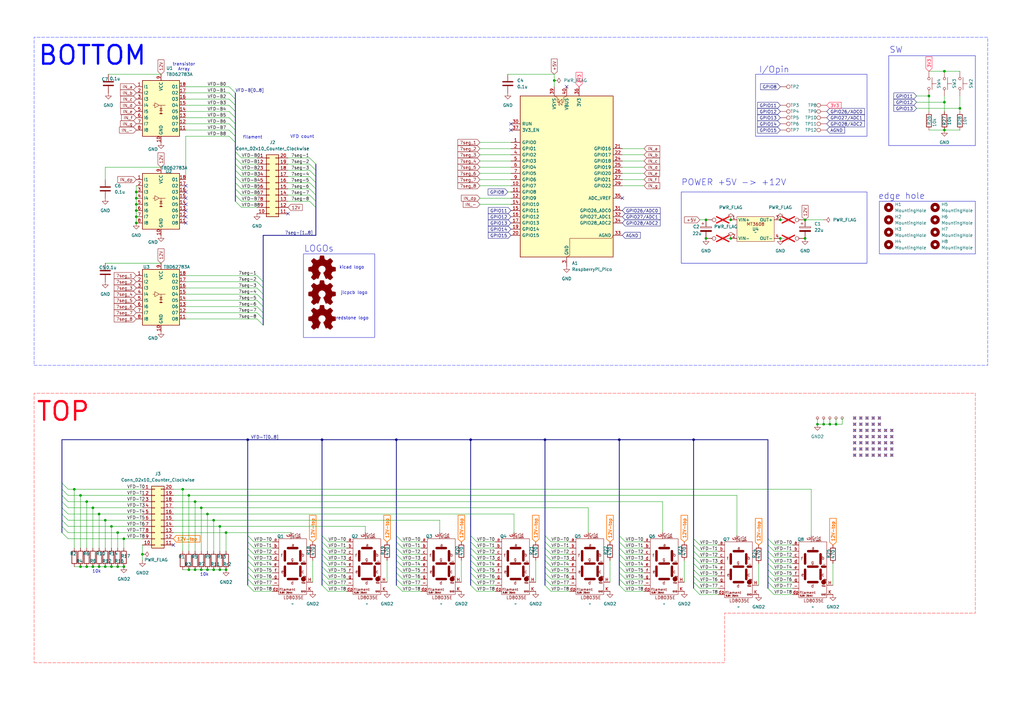
<source format=kicad_sch>
(kicad_sch (version 20250114) (generator "eeschema") (generator_version "9.0")
  (paper "A3")
  (title_block (title "VFD-Clock") (company "personal"))
  (rectangle (start 124.46 104.14) (end 153.67 138.43))
  (rectangle (start 364.49 22.86) (end 400.05 59.69))
  (rectangle (start 309.88 30.48) (end 355.6 55.88))
  (rectangle (start 279.4 78.74) (end 355.6 107.95))
  (rectangle (start 360.68 82.55) (end 400.05 104.14))
  (text "I/Opin" (exclude_from_sim yes) (at 317.5 28.702 0) (effects (font (size 2.54 2.54))))
  (text "transistor\nArray" (at 75.438 27.432 0) (effects (font (size 1.27 1.27))))
  (text "10k" (at 83.82 235.712 0) (effects (font (size 1.27 1.27))))
  (text "TOP" (at 25.908 168.91 0) (effects (font (size 7.62 7.62) (thickness 0.9525))))
  (text "SW" (exclude_from_sim yes) (at 367.538 20.574 0) (effects (font (size 2.54 2.54))))
  (text "filament" (at 103.632 56.388 0) (effects (font (size 1.27 1.27))))
  (text "edge hole" (exclude_from_sim yes) (at 369.824 80.518 0) (effects (font (size 2.54 2.54))))
  (text "VFD count" (at 123.952 56.134 0) (effects (font (size 1.27 1.27))))
  (text "BOTTOM" (at 37.846 22.86 0) (effects (font (size 7.62 7.62) (thickness 0.9525))))
  (text "POWER +5V -> +12V\n" (exclude_from_sim yes) (at 300.99 74.93 0) (effects (font (size 2.54 2.54))))
  (text "jlcpcb logo" (at 145.288 120.142 0) (effects (font (size 1.27 1.27))))
  (text "kicad logo" (at 144.272 109.728 0) (effects (font (size 1.27 1.27))))
  (text "redstone logo" (at 144.526 130.556 0) (effects (font (size 1.27 1.27))))
  (text "10k" (at 39.624 234.442 0) (effects (font (size 1.27 1.27))))
  (text "LOGOs" (exclude_from_sim yes) (at 130.81 102.108 0) (effects (font (size 2.54 2.54))))
  (junction (at 289.56 97.79))
  (junction (at 330.2 90.17))
  (junction (at 82.55 233.68))
  (junction (at 48.26 218.44))
  (junction (at 342.9 173.99))
  (junction (at 38.1 232.41))
  (junction (at 40.64 232.41))
  (junction (at 77.47 233.68))
  (junction (at 337.82 173.99))
  (junction (at 132.08 180.34))
  (junction (at 193.04 180.34))
  (junction (at 92.71 233.68))
  (junction (at 320.04 97.79))
  (junction (at 38.1 208.28))
  (junction (at 90.17 233.68))
  (junction (at 393.7 44.45))
  (junction (at 87.63 213.36))
  (junction (at 85.09 233.68))
  (junction (at 387.35 53.34))
  (junction (at 299.72 97.79))
  (junction (at 387.35 29.21))
  (junction (at 92.71 218.44))
  (junction (at 80.01 205.74))
  (junction (at 40.64 210.82))
  (junction (at 50.8 232.41))
  (junction (at 35.56 232.41))
  (junction (at 227.33 33.02))
  (junction (at 330.2 97.79))
  (junction (at 80.01 233.68))
  (junction (at 43.18 213.36))
  (junction (at 284.48 180.34))
  (junction (at 320.04 90.17))
  (junction (at 90.17 215.9))
  (junction (at 55.88 88.9))
  (junction (at 33.02 203.2))
  (junction (at 43.18 232.41))
  (junction (at 85.09 210.82))
  (junction (at 223.52 180.34))
  (junction (at 74.93 200.66))
  (junction (at 87.63 233.68))
  (junction (at 55.88 91.44))
  (junction (at 58.42 227.33))
  (junction (at 48.26 232.41))
  (junction (at 30.48 200.66))
  (junction (at 254 180.34))
  (junction (at 55.88 83.82))
  (junction (at 335.28 173.99))
  (junction (at 55.88 81.28))
  (junction (at 45.72 232.41))
  (junction (at 45.72 215.9))
  (junction (at 55.88 86.36))
  (junction (at 33.02 232.41))
  (junction (at 50.8 220.98))
  (junction (at 82.55 208.28))
  (junction (at 289.56 90.17))
  (junction (at 35.56 205.74))
  (junction (at 55.88 78.74))
  (junction (at 299.72 90.17))
  (junction (at 77.47 203.2))
  (junction (at 387.35 41.91))
  (junction (at 101.6 180.34))
  (junction (at 340.36 173.99))
  (junction (at 381 39.37))
  (junction (at 162.56 180.34))
  (no_connect (at 358.14 173.99))
  (no_connect (at 232.41 35.56))
  (no_connect (at 255.27 81.28))
  (no_connect (at 365.76 176.53))
  (no_connect (at 360.68 179.07))
  (no_connect (at 360.68 171.45))
  (no_connect (at 209.55 53.34))
  (no_connect (at 76.2 76.2))
  (no_connect (at 365.76 184.15))
  (no_connect (at 350.52 176.53))
  (no_connect (at 358.14 184.15))
  (no_connect (at 355.6 179.07))
  (no_connect (at 355.6 176.53))
  (no_connect (at 365.76 186.69))
  (no_connect (at 360.68 173.99))
  (no_connect (at 353.06 176.53))
  (no_connect (at 209.55 50.8))
  (no_connect (at 118.11 87.63))
  (no_connect (at 76.2 91.44))
  (no_connect (at 350.52 181.61))
  (no_connect (at 350.52 179.07))
  (no_connect (at 355.6 173.99))
  (no_connect (at 363.22 184.15))
  (no_connect (at 360.68 184.15))
  (no_connect (at 365.76 179.07))
  (no_connect (at 350.52 184.15))
  (no_connect (at 358.14 176.53))
  (no_connect (at 353.06 181.61))
  (no_connect (at 353.06 179.07))
  (no_connect (at 350.52 171.45))
  (no_connect (at 358.14 179.07))
  (no_connect (at 360.68 186.69))
  (no_connect (at 358.14 171.45))
  (no_connect (at 353.06 186.69))
  (no_connect (at 353.06 171.45))
  (no_connect (at 353.06 184.15))
  (no_connect (at 71.12 223.52))
  (no_connect (at 358.14 186.69))
  (no_connect (at 355.6 186.69))
  (no_connect (at 76.2 83.82))
  (no_connect (at 358.14 181.61))
  (no_connect (at 76.2 86.36))
  (no_connect (at 360.68 181.61))
  (no_connect (at 363.22 181.61))
  (no_connect (at 355.6 184.15))
  (no_connect (at 363.22 179.07))
  (no_connect (at 76.2 78.74))
  (no_connect (at 76.2 88.9))
  (no_connect (at 76.2 81.28))
  (no_connect (at 363.22 176.53))
  (no_connect (at 350.52 173.99))
  (no_connect (at 355.6 171.45))
  (no_connect (at 353.06 173.99))
  (no_connect (at 355.6 181.61))
  (no_connect (at 363.22 186.69))
  (no_connect (at 365.76 181.61))
  (no_connect (at 360.68 176.53))
  (no_connect (at 350.52 186.69))
  (bus_entry (at 93.98 50.8) (size 2.54 2.54))
  (bus_entry (at 287.02 241.3) (size -2.54 -2.54))
  (bus_entry (at 134.62 232.41) (size -2.54 -2.54))
  (bus_entry (at 317.5 241.3) (size -2.54 -2.54))
  (bus_entry (at 127 82.55) (size 2.54 2.54))
  (bus_entry (at 93.98 55.88) (size 2.54 2.54))
  (bus_entry (at 134.62 224.79) (size -2.54 -2.54))
  (bus_entry (at 165.1 237.49) (size -2.54 -2.54))
  (bus_entry (at 256.54 224.79) (size -2.54 -2.54))
  (bus_entry (at 105.41 115.57) (size 2.54 2.54))
  (bus_entry (at 93.98 38.1) (size 2.54 2.54))
  (bus_entry (at 165.1 234.95) (size -2.54 -2.54))
  (bus_entry (at 134.62 222.25) (size -2.54 -2.54))
  (bus_entry (at 195.58 227.33) (size -2.54 -2.54))
  (bus_entry (at 317.5 226.06) (size -2.54 -2.54))
  (bus_entry (at 134.62 234.95) (size -2.54 -2.54))
  (bus_entry (at 96.52 77.47) (size 2.54 2.54))
  (bus_entry (at 127 69.85) (size 2.54 2.54))
  (bus_entry (at 256.54 227.33) (size -2.54 -2.54))
  (bus_entry (at 105.41 123.19) (size 2.54 2.54))
  (bus_entry (at 104.14 237.49) (size -2.54 -2.54))
  (bus_entry (at 195.58 234.95) (size -2.54 -2.54))
  (bus_entry (at 93.98 40.64) (size 2.54 2.54))
  (bus_entry (at 287.02 243.84) (size -2.54 -2.54))
  (bus_entry (at 287.02 231.14) (size -2.54 -2.54))
  (bus_entry (at 96.52 74.93) (size 2.54 2.54))
  (bus_entry (at 256.54 234.95) (size -2.54 -2.54))
  (bus_entry (at 195.58 237.49) (size -2.54 -2.54))
  (bus_entry (at 105.41 113.03) (size 2.54 2.54))
  (bus_entry (at 256.54 237.49) (size -2.54 -2.54))
  (bus_entry (at 127 74.93) (size 2.54 2.54))
  (bus_entry (at 27.94 218.44) (size -2.54 -2.54))
  (bus_entry (at 105.41 118.11) (size 2.54 2.54))
  (bus_entry (at 287.02 238.76) (size -2.54 -2.54))
  (bus_entry (at 93.98 35.56) (size 2.54 2.54))
  (bus_entry (at 96.52 69.85) (size 2.54 2.54))
  (bus_entry (at 105.41 125.73) (size 2.54 2.54))
  (bus_entry (at 165.1 240.03) (size -2.54 -2.54))
  (bus_entry (at 226.06 222.25) (size -2.54 -2.54))
  (bus_entry (at 317.5 238.76) (size -2.54 -2.54))
  (bus_entry (at 104.14 229.87) (size -2.54 -2.54))
  (bus_entry (at 27.94 210.82) (size -2.54 -2.54))
  (bus_entry (at 127 72.39) (size 2.54 2.54))
  (bus_entry (at 134.62 237.49) (size -2.54 -2.54))
  (bus_entry (at 134.62 240.03) (size -2.54 -2.54))
  (bus_entry (at 256.54 242.57) (size -2.54 -2.54))
  (bus_entry (at 105.41 130.81) (size 2.54 2.54))
  (bus_entry (at 226.06 232.41) (size -2.54 -2.54))
  (bus_entry (at 134.62 227.33) (size -2.54 -2.54))
  (bus_entry (at 287.02 228.6) (size -2.54 -2.54))
  (bus_entry (at 165.1 229.87) (size -2.54 -2.54))
  (bus_entry (at 27.94 208.28) (size -2.54 -2.54))
  (bus_entry (at 226.06 227.33) (size -2.54 -2.54))
  (bus_entry (at 287.02 223.52) (size -2.54 -2.54))
  (bus_entry (at 317.5 233.68) (size -2.54 -2.54))
  (bus_entry (at 104.14 224.79) (size -2.54 -2.54))
  (bus_entry (at 256.54 240.03) (size -2.54 -2.54))
  (bus_entry (at 226.06 237.49) (size -2.54 -2.54))
  (bus_entry (at 96.52 72.39) (size 2.54 2.54))
  (bus_entry (at 104.14 234.95) (size -2.54 -2.54))
  (bus_entry (at 317.5 223.52) (size -2.54 -2.54))
  (bus_entry (at 195.58 240.03) (size -2.54 -2.54))
  (bus_entry (at 27.94 200.66) (size -2.54 -2.54))
  (bus_entry (at 165.1 224.79) (size -2.54 -2.54))
  (bus_entry (at 195.58 229.87) (size -2.54 -2.54))
  (bus_entry (at 127 64.77) (size 2.54 2.54))
  (bus_entry (at 134.62 242.57) (size -2.54 -2.54))
  (bus_entry (at 96.52 80.01) (size 2.54 2.54))
  (bus_entry (at 27.94 220.98) (size -2.54 -2.54))
  (bus_entry (at 226.06 229.87) (size -2.54 -2.54))
  (bus_entry (at 127 80.01) (size 2.54 2.54))
  (bus_entry (at 104.14 240.03) (size -2.54 -2.54))
  (bus_entry (at 317.5 236.22) (size -2.54 -2.54))
  (bus_entry (at 105.41 128.27) (size 2.54 2.54))
  (bus_entry (at 256.54 229.87) (size -2.54 -2.54))
  (bus_entry (at 27.94 203.2) (size -2.54 -2.54))
  (bus_entry (at 134.62 229.87) (size -2.54 -2.54))
  (bus_entry (at 96.52 62.23) (size 2.54 2.54))
  (bus_entry (at 165.1 222.25) (size -2.54 -2.54))
  (bus_entry (at 27.94 213.36) (size -2.54 -2.54))
  (bus_entry (at 226.06 224.79) (size -2.54 -2.54))
  (bus_entry (at 104.14 227.33) (size -2.54 -2.54))
  (bus_entry (at 317.5 231.14) (size -2.54 -2.54))
  (bus_entry (at 104.14 222.25) (size -2.54 -2.54))
  (bus_entry (at 287.02 226.06) (size -2.54 -2.54))
  (bus_entry (at 27.94 205.74) (size -2.54 -2.54))
  (bus_entry (at 256.54 222.25) (size -2.54 -2.54))
  (bus_entry (at 165.1 227.33) (size -2.54 -2.54))
  (bus_entry (at 287.02 233.68) (size -2.54 -2.54))
  (bus_entry (at 195.58 232.41) (size -2.54 -2.54))
  (bus_entry (at 165.1 242.57) (size -2.54 -2.54))
  (bus_entry (at 127 67.31) (size 2.54 2.54))
  (bus_entry (at 96.52 67.31) (size 2.54 2.54))
  (bus_entry (at 104.14 242.57) (size -2.54 -2.54))
  (bus_entry (at 287.02 236.22) (size -2.54 -2.54))
  (bus_entry (at 256.54 232.41) (size -2.54 -2.54))
  (bus_entry (at 105.41 120.65) (size 2.54 2.54))
  (bus_entry (at 96.52 82.55) (size 2.54 2.54))
  (bus_entry (at 195.58 224.79) (size -2.54 -2.54))
  (bus_entry (at 226.06 240.03) (size -2.54 -2.54))
  (bus_entry (at 93.98 48.26) (size 2.54 2.54))
  (bus_entry (at 104.14 232.41) (size -2.54 -2.54))
  (bus_entry (at 127 77.47) (size 2.54 2.54))
  (bus_entry (at 93.98 43.18) (size 2.54 2.54))
  (bus_entry (at 93.98 45.72) (size 2.54 2.54))
  (bus_entry (at 165.1 232.41) (size -2.54 -2.54))
  (bus_entry (at 195.58 242.57) (size -2.54 -2.54))
  (bus_entry (at 317.5 243.84) (size -2.54 -2.54))
  (bus_entry (at 226.06 234.95) (size -2.54 -2.54))
  (bus_entry (at 27.94 215.9) (size -2.54 -2.54))
  (bus_entry (at 195.58 222.25) (size -2.54 -2.54))
  (bus_entry (at 96.52 64.77) (size 2.54 2.54))
  (bus_entry (at 93.98 53.34) (size 2.54 2.54))
  (bus_entry (at 226.06 242.57) (size -2.54 -2.54))
  (bus_entry (at 317.5 228.6) (size -2.54 -2.54))
  (wire (pts (xy 118.11 64.77) (xy 127 64.77)))
  (bus (pts (xy 96.52 48.26) (xy 96.52 50.8)))
  (wire (pts (xy 76.2 45.72) (xy 93.98 45.72)))
  (wire (pts (xy 33.02 203.2) (xy 33.02 224.79)))
  (wire (pts (xy 210.82 210.82) (xy 210.82 218.44)))
  (wire (pts (xy 195.58 237.49) (xy 203.2 237.49)))
  (wire (pts (xy 71.12 208.28) (xy 82.55 208.28)))
  (wire (pts (xy 27.94 218.44) (xy 48.26 218.44)))
  (bus (pts (xy 162.56 237.49) (xy 162.56 240.03)))
  (bus (pts (xy 223.52 222.25) (xy 223.52 224.79)))
  (wire (pts (xy 226.06 227.33) (xy 233.68 227.33)))
  (wire (pts (xy 82.55 233.68) (xy 85.09 233.68)))
  (bus (pts (xy 25.4 210.82) (xy 25.4 213.36)))
  (wire (pts (xy 317.5 241.3) (xy 325.12 241.3)))
  (wire (pts (xy 264.16 71.12) (xy 255.27 71.12)))
  (bus (pts (xy 284.48 226.06) (xy 284.48 228.6)))
  (wire (pts (xy 76.2 128.27) (xy 105.41 128.27)))
  (wire (pts (xy 27.94 205.74) (xy 35.56 205.74)))
  (wire (pts (xy 48.26 232.41) (xy 50.8 232.41)))
  (bus (pts (xy 314.96 231.14) (xy 314.96 233.68)))
  (wire (pts (xy 104.14 224.79) (xy 111.76 224.79)))
  (wire (pts (xy 317.5 228.6) (xy 325.12 228.6)))
  (wire (pts (xy 55.88 81.28) (xy 55.88 83.82)))
  (bus (pts (xy 96.52 45.72) (xy 96.52 43.18)))
  (wire (pts (xy 375.92 44.45) (xy 393.7 44.45)))
  (wire (pts (xy 134.62 227.33) (xy 142.24 227.33)))
  (bus (pts (xy 162.56 180.34) (xy 193.04 180.34)))
  (bus (pts (xy 162.56 222.25) (xy 162.56 224.79)))
  (wire (pts (xy 264.16 76.2) (xy 255.27 76.2)))
  (bus (pts (xy 284.48 238.76) (xy 284.48 241.3)))
  (wire (pts (xy 92.71 218.44) (xy 92.71 226.06)))
  (bus (pts (xy 254 234.95) (xy 254 237.49)))
  (wire (pts (xy 27.94 213.36) (xy 43.18 213.36)))
  (wire (pts (xy 256.54 229.87) (xy 264.16 229.87)))
  (wire (pts (xy 33.02 203.2) (xy 58.42 203.2)))
  (wire (pts (xy 87.63 233.68) (xy 90.17 233.68)))
  (wire (pts (xy 287.02 243.84) (xy 294.64 243.84)))
  (wire (pts (xy 71.12 213.36) (xy 87.63 213.36)))
  (wire (pts (xy 387.35 45.72) (xy 387.35 41.91)))
  (wire (pts (xy 227.33 33.02) (xy 227.33 35.56)))
  (wire (pts (xy 196.85 63.5) (xy 209.55 63.5)))
  (wire (pts (xy 104.14 222.25) (xy 111.76 222.25)))
  (bus (pts (xy 132.08 234.95) (xy 132.08 237.49)))
  (wire (pts (xy 118.11 77.47) (xy 127 77.47)))
  (wire (pts (xy 287.02 226.06) (xy 294.64 226.06)))
  (wire (pts (xy 99.06 74.93) (xy 105.41 74.93)))
  (bus (pts (xy 223.52 234.95) (xy 223.52 237.49)))
  (bus (pts (xy 25.4 205.74) (xy 25.4 208.28)))
  (wire (pts (xy 134.62 234.95) (xy 142.24 234.95)))
  (wire (pts (xy 118.11 82.55) (xy 127 82.55)))
  (wire (pts (xy 38.1 208.28) (xy 38.1 224.79)))
  (bus (pts (xy 25.4 215.9) (xy 25.4 218.44)))
  (wire (pts (xy 104.14 240.03) (xy 111.76 240.03)))
  (wire (pts (xy 287.02 233.68) (xy 294.64 233.68)))
  (wire (pts (xy 196.85 73.66) (xy 209.55 73.66)))
  (bus (pts (xy 96.52 67.31) (xy 96.52 69.85)))
  (wire (pts (xy 219.71 229.87) (xy 219.71 238.76)))
  (wire (pts (xy 196.85 83.82) (xy 209.55 83.82)))
  (wire (pts (xy 227.33 30.48) (xy 227.33 33.02)))
  (wire (pts (xy 189.23 229.87) (xy 189.23 238.76)))
  (wire (pts (xy 55.88 76.2) (xy 55.88 78.74)))
  (bus (pts (xy 314.96 228.6) (xy 314.96 231.14)))
  (wire (pts (xy 35.56 205.74) (xy 35.56 224.79)))
  (bus (pts (xy 132.08 180.34) (xy 132.08 219.71)))
  (wire (pts (xy 58.42 227.33) (xy 58.42 223.52)))
  (bus (pts (xy 101.6 224.79) (xy 101.6 227.33)))
  (bus (pts (xy 223.52 227.33) (xy 223.52 229.87)))
  (wire (pts (xy 256.54 240.03) (xy 264.16 240.03)))
  (wire (pts (xy 208.28 30.48) (xy 227.33 30.48)))
  (wire (pts (xy 45.72 232.41) (xy 48.26 232.41)))
  (wire (pts (xy 76.2 123.19) (xy 105.41 123.19)))
  (bus (pts (xy 162.56 227.33) (xy 162.56 229.87)))
  (wire (pts (xy 256.54 222.25) (xy 264.16 222.25)))
  (bus (pts (xy 107.95 123.19) (xy 107.95 125.73)))
  (wire (pts (xy 287.02 228.6) (xy 294.64 228.6)))
  (bus (pts (xy 284.48 220.98) (xy 284.48 223.52)))
  (wire (pts (xy 134.62 237.49) (xy 142.24 237.49)))
  (wire (pts (xy 335.28 171.45) (xy 335.28 173.99)))
  (wire (pts (xy 74.93 200.66) (xy 74.93 226.06)))
  (wire (pts (xy 87.63 213.36) (xy 180.34 213.36)))
  (wire (pts (xy 280.67 229.87) (xy 280.67 238.76)))
  (bus (pts (xy 96.52 69.85) (xy 96.52 72.39)))
  (wire (pts (xy 43.18 232.41) (xy 45.72 232.41)))
  (wire (pts (xy 50.8 220.98) (xy 58.42 220.98)))
  (bus (pts (xy 129.54 74.93) (xy 129.54 77.47)))
  (bus (pts (xy 107.95 130.81) (xy 107.95 133.35)))
  (wire (pts (xy 74.93 233.68) (xy 77.47 233.68)))
  (wire (pts (xy 87.63 213.36) (xy 87.63 226.06)))
  (wire (pts (xy 118.11 80.01) (xy 127 80.01)))
  (wire (pts (xy 195.58 234.95) (xy 203.2 234.95)))
  (wire (pts (xy 345.44 173.99) (xy 345.44 171.45)))
  (bus (pts (xy 129.54 82.55) (xy 129.54 85.09)))
  (wire (pts (xy 76.2 118.11) (xy 105.41 118.11)))
  (wire (pts (xy 134.62 232.41) (xy 142.24 232.41)))
  (wire (pts (xy 208.28 78.74) (xy 209.55 78.74)))
  (wire (pts (xy 287.02 238.76) (xy 294.64 238.76)))
  (wire (pts (xy 118.11 74.93) (xy 127 74.93)))
  (bus (pts (xy 254 180.34) (xy 284.48 180.34)))
  (wire (pts (xy 99.06 82.55) (xy 105.41 82.55)))
  (wire (pts (xy 90.17 215.9) (xy 90.17 226.06)))
  (wire (pts (xy 341.63 231.14) (xy 341.63 240.03)))
  (bus (pts (xy 101.6 180.34) (xy 101.6 219.71)))
  (bus (pts (xy 107.95 118.11) (xy 107.95 120.65)))
  (bus (pts (xy 25.4 198.12) (xy 25.4 200.66)))
  (wire (pts (xy 55.88 86.36) (xy 55.88 88.9)))
  (bus (pts (xy 254 237.49) (xy 254 240.03)))
  (wire (pts (xy 340.36 171.45) (xy 340.36 173.99)))
  (wire (pts (xy 195.58 242.57) (xy 203.2 242.57)))
  (wire (pts (xy 76.2 113.03) (xy 105.41 113.03)))
  (bus (pts (xy 129.54 72.39) (xy 129.54 74.93)))
  (wire (pts (xy 165.1 229.87) (xy 172.72 229.87)))
  (bus (pts (xy 96.52 72.39) (xy 96.52 74.93)))
  (wire (pts (xy 38.1 208.28) (xy 58.42 208.28)))
  (bus (pts (xy 162.56 224.79) (xy 162.56 227.33)))
  (wire (pts (xy 76.2 120.65) (xy 105.41 120.65)))
  (wire (pts (xy 55.88 83.82) (xy 55.88 86.36)))
  (bus (pts (xy 193.04 229.87) (xy 193.04 232.41)))
  (wire (pts (xy 180.34 213.36) (xy 180.34 218.44)))
  (wire (pts (xy 311.15 231.14) (xy 311.15 240.03)))
  (wire (pts (xy 226.06 229.87) (xy 233.68 229.87)))
  (bus (pts (xy 96.52 62.23) (xy 96.52 64.77)))
  (wire (pts (xy 165.1 237.49) (xy 172.72 237.49)))
  (wire (pts (xy 256.54 234.95) (xy 264.16 234.95)))
  (wire (pts (xy 226.06 240.03) (xy 233.68 240.03)))
  (bus (pts (xy 101.6 222.25) (xy 101.6 224.79)))
  (bus (pts (xy 25.4 213.36) (xy 25.4 215.9)))
  (wire (pts (xy 55.88 88.9) (xy 55.88 91.44)))
  (bus (pts (xy 223.52 224.79) (xy 223.52 227.33)))
  (bus (pts (xy 25.4 200.66) (xy 25.4 203.2)))
  (bus (pts (xy 101.6 219.71) (xy 101.6 222.25)))
  (wire (pts (xy 71.12 218.44) (xy 92.71 218.44)))
  (wire (pts (xy 317.5 233.68) (xy 325.12 233.68)))
  (bus (pts (xy 193.04 227.33) (xy 193.04 229.87)))
  (bus (pts (xy 107.95 96.52) (xy 129.54 96.52)))
  (wire (pts (xy 76.2 38.1) (xy 93.98 38.1)))
  (wire (pts (xy 76.2 55.88) (xy 93.98 55.88)))
  (wire (pts (xy 226.06 222.25) (xy 233.68 222.25)))
  (wire (pts (xy 76.2 53.34) (xy 93.98 53.34)))
  (wire (pts (xy 27.94 200.66) (xy 30.48 200.66)))
  (wire (pts (xy 317.5 223.52) (xy 325.12 223.52)))
  (wire (pts (xy 195.58 232.41) (xy 203.2 232.41)))
  (wire (pts (xy 50.8 220.98) (xy 50.8 224.79)))
  (bus (pts (xy 284.48 180.34) (xy 284.48 220.98)))
  (bus (pts (xy 101.6 237.49) (xy 101.6 240.03)))
  (wire (pts (xy 45.72 215.9) (xy 58.42 215.9)))
  (wire (pts (xy 48.26 218.44) (xy 58.42 218.44)))
  (bus (pts (xy 132.08 227.33) (xy 132.08 229.87)))
  (wire (pts (xy 118.11 72.39) (xy 127 72.39)))
  (wire (pts (xy 43.18 68.58) (xy 43.18 73.66)))
  (bus (pts (xy 284.48 233.68) (xy 284.48 236.22)))
  (wire (pts (xy 71.12 215.9) (xy 90.17 215.9)))
  (wire (pts (xy 134.62 242.57) (xy 142.24 242.57)))
  (wire (pts (xy 196.85 58.42) (xy 209.55 58.42)))
  (wire (pts (xy 82.55 208.28) (xy 82.55 226.06)))
  (bus (pts (xy 132.08 237.49) (xy 132.08 240.03)))
  (wire (pts (xy 45.72 215.9) (xy 45.72 224.79)))
  (bus (pts (xy 284.48 228.6) (xy 284.48 231.14)))
  (bus (pts (xy 314.96 236.22) (xy 314.96 238.76)))
  (wire (pts (xy 76.2 35.56) (xy 93.98 35.56)))
  (wire (pts (xy 104.14 242.57) (xy 111.76 242.57)))
  (wire (pts (xy 337.82 173.99) (xy 340.36 173.99)))
  (bus (pts (xy 129.54 69.85) (xy 129.54 72.39)))
  (wire (pts (xy 85.09 210.82) (xy 210.82 210.82)))
  (wire (pts (xy 35.56 232.41) (xy 38.1 232.41)))
  (wire (pts (xy 165.1 234.95) (xy 172.72 234.95)))
  (bus (pts (xy 25.4 180.34) (xy 101.6 180.34)))
  (bus (pts (xy 314.96 180.34) (xy 284.48 180.34)))
  (bus (pts (xy 162.56 219.71) (xy 162.56 222.25)))
  (bus (pts (xy 101.6 232.41) (xy 101.6 234.95)))
  (wire (pts (xy 99.06 69.85) (xy 105.41 69.85)))
  (wire (pts (xy 317.5 238.76) (xy 325.12 238.76)))
  (bus (pts (xy 223.52 237.49) (xy 223.52 240.03)))
  (bus (pts (xy 254 229.87) (xy 254 232.41)))
  (bus (pts (xy 254 219.71) (xy 254 222.25)))
  (wire (pts (xy 30.48 200.66) (xy 58.42 200.66)))
  (wire (pts (xy 27.94 215.9) (xy 45.72 215.9)))
  (bus (pts (xy 254 232.41) (xy 254 234.95)))
  (bus (pts (xy 193.04 180.34) (xy 223.52 180.34)))
  (wire (pts (xy 387.35 41.91) (xy 387.35 39.37)))
  (wire (pts (xy 330.2 90.17) (xy 337.82 90.17)))
  (bus (pts (xy 96.52 40.64) (xy 96.52 43.18)))
  (bus (pts (xy 107.95 125.73) (xy 107.95 128.27)))
  (bus (pts (xy 314.96 180.34) (xy 314.96 220.98)))
  (wire (pts (xy 104.14 232.41) (xy 111.76 232.41)))
  (wire (pts (xy 196.85 76.2) (xy 209.55 76.2)))
  (bus (pts (xy 132.08 219.71) (xy 132.08 222.25)))
  (wire (pts (xy 77.47 233.68) (xy 80.01 233.68)))
  (bus (pts (xy 107.95 115.57) (xy 107.95 118.11)))
  (bus (pts (xy 162.56 232.41) (xy 162.56 234.95)))
  (bus (pts (xy 25.4 208.28) (xy 25.4 210.82)))
  (bus (pts (xy 223.52 229.87) (xy 223.52 232.41)))
  (wire (pts (xy 82.55 208.28) (xy 241.3 208.28)))
  (bus (pts (xy 96.52 74.93) (xy 96.52 77.47)))
  (wire (pts (xy 77.47 203.2) (xy 302.26 203.2)))
  (bus (pts (xy 193.04 224.79) (xy 193.04 227.33)))
  (wire (pts (xy 256.54 224.79) (xy 264.16 224.79)))
  (wire (pts (xy 256.54 242.57) (xy 264.16 242.57)))
  (wire (pts (xy 99.06 72.39) (xy 105.41 72.39)))
  (wire (pts (xy 393.7 45.72) (xy 393.7 44.45)))
  (wire (pts (xy 381 53.34) (xy 387.35 53.34)))
  (wire (pts (xy 342.9 173.99) (xy 345.44 173.99)))
  (wire (pts (xy 76.2 115.57) (xy 105.41 115.57)))
  (wire (pts (xy 76.2 50.8) (xy 93.98 50.8)))
  (wire (pts (xy 226.06 232.41) (xy 233.68 232.41)))
  (wire (pts (xy 158.75 229.87) (xy 158.75 238.76)))
  (wire (pts (xy 71.12 200.66) (xy 74.93 200.66)))
  (wire (pts (xy 118.11 67.31) (xy 127 67.31)))
  (bus (pts (xy 314.96 238.76) (xy 314.96 241.3)))
  (wire (pts (xy 104.14 234.95) (xy 111.76 234.95)))
  (bus (pts (xy 193.04 232.41) (xy 193.04 234.95)))
  (wire (pts (xy 165.1 222.25) (xy 172.72 222.25)))
  (bus (pts (xy 132.08 229.87) (xy 132.08 232.41)))
  (wire (pts (xy 165.1 242.57) (xy 172.72 242.57)))
  (wire (pts (xy 264.16 63.5) (xy 255.27 63.5)))
  (wire (pts (xy 76.2 43.18) (xy 93.98 43.18)))
  (wire (pts (xy 287.02 223.52) (xy 294.64 223.52)))
  (wire (pts (xy 317.5 226.06) (xy 325.12 226.06)))
  (bus (pts (xy 96.52 77.47) (xy 96.52 80.01)))
  (bus (pts (xy 162.56 234.95) (xy 162.56 237.49)))
  (wire (pts (xy 337.82 171.45) (xy 337.82 173.99)))
  (wire (pts (xy 271.78 205.74) (xy 271.78 218.44)))
  (bus (pts (xy 129.54 77.47) (xy 129.54 80.01)))
  (wire (pts (xy 27.94 208.28) (xy 38.1 208.28)))
  (wire (pts (xy 85.09 210.82) (xy 85.09 226.06)))
  (wire (pts (xy 104.14 237.49) (xy 111.76 237.49)))
  (wire (pts (xy 76.2 130.81) (xy 105.41 130.81)))
  (wire (pts (xy 381 29.21) (xy 387.35 29.21)))
  (bus (pts (xy 132.08 222.25) (xy 132.08 224.79)))
  (wire (pts (xy 27.94 203.2) (xy 33.02 203.2)))
  (bus (pts (xy 193.04 237.49) (xy 193.04 240.03)))
  (wire (pts (xy 99.06 64.77) (xy 105.41 64.77)))
  (bus (pts (xy 223.52 180.34) (xy 254 180.34)))
  (bus (pts (xy 101.6 227.33) (xy 101.6 229.87)))
  (wire (pts (xy 149.86 215.9) (xy 149.86 218.44)))
  (bus (pts (xy 96.52 58.42) (xy 96.52 62.23)))
  (bus (pts (xy 314.96 223.52) (xy 314.96 226.06)))
  (bus (pts (xy 132.08 180.34) (xy 162.56 180.34)))
  (wire (pts (xy 71.12 203.2) (xy 77.47 203.2)))
  (wire (pts (xy 256.54 227.33) (xy 264.16 227.33)))
  (wire (pts (xy 387.35 29.21) (xy 393.7 29.21)))
  (wire (pts (xy 264.16 68.58) (xy 255.27 68.58)))
  (wire (pts (xy 195.58 227.33) (xy 203.2 227.33)))
  (wire (pts (xy 66.04 107.95) (xy 43.18 107.95)))
  (wire (pts (xy 40.64 232.41) (xy 43.18 232.41)))
  (wire (pts (xy 195.58 229.87) (xy 203.2 229.87)))
  (wire (pts (xy 27.94 210.82) (xy 40.64 210.82)))
  (wire (pts (xy 287.02 241.3) (xy 294.64 241.3)))
  (bus (pts (xy 284.48 223.52) (xy 284.48 226.06)))
  (bus (pts (xy 223.52 232.41) (xy 223.52 234.95)))
  (wire (pts (xy 104.14 227.33) (xy 111.76 227.33)))
  (wire (pts (xy 55.88 78.74) (xy 55.88 81.28)))
  (wire (pts (xy 165.1 232.41) (xy 172.72 232.41)))
  (wire (pts (xy 128.27 229.87) (xy 128.27 238.76)))
  (wire (pts (xy 196.85 71.12) (xy 209.55 71.12)))
  (bus (pts (xy 96.52 50.8) (xy 96.52 53.34)))
  (bus (pts (xy 193.04 180.34) (xy 193.04 219.71)))
  (bus (pts (xy 96.52 53.34) (xy 96.52 55.88)))
  (wire (pts (xy 332.74 219.71) (xy 332.74 200.66)))
  (bus (pts (xy 314.96 220.98) (xy 314.96 223.52)))
  (wire (pts (xy 226.06 224.79) (xy 233.68 224.79)))
  (wire (pts (xy 250.19 229.87) (xy 250.19 238.76)))
  (wire (pts (xy 76.2 125.73) (xy 105.41 125.73)))
  (bus (pts (xy 162.56 180.34) (xy 162.56 219.71)))
  (wire (pts (xy 317.5 243.84) (xy 325.12 243.84)))
  (wire (pts (xy 287.02 231.14) (xy 294.64 231.14)))
  (bus (pts (xy 162.56 229.87) (xy 162.56 232.41)))
  (bus (pts (xy 314.96 226.06) (xy 314.96 228.6)))
  (wire (pts (xy 165.1 240.03) (xy 172.72 240.03)))
  (wire (pts (xy 226.06 234.95) (xy 233.68 234.95)))
  (bus (pts (xy 96.52 80.01) (xy 96.52 82.55)))
  (wire (pts (xy 71.12 205.74) (xy 80.01 205.74)))
  (wire (pts (xy 30.48 232.41) (xy 33.02 232.41)))
  (wire (pts (xy 90.17 215.9) (xy 149.86 215.9)))
  (wire (pts (xy 80.01 205.74) (xy 80.01 226.06)))
  (wire (pts (xy 85.09 233.68) (xy 87.63 233.68)))
  (wire (pts (xy 30.48 200.66) (xy 30.48 224.79)))
  (wire (pts (xy 226.06 237.49) (xy 233.68 237.49)))
  (bus (pts (xy 284.48 236.22) (xy 284.48 238.76)))
  (bus (pts (xy 96.52 64.77) (xy 96.52 67.31)))
  (wire (pts (xy 58.42 229.87) (xy 58.42 227.33)))
  (wire (pts (xy 387.35 53.34) (xy 393.7 53.34)))
  (wire (pts (xy 77.47 203.2) (xy 77.47 226.06)))
  (wire (pts (xy 99.06 67.31) (xy 105.41 67.31)))
  (bus (pts (xy 96.52 38.1) (xy 96.52 40.64)))
  (wire (pts (xy 264.16 66.04) (xy 255.27 66.04)))
  (wire (pts (xy 76.2 48.26) (xy 93.98 48.26)))
  (wire (pts (xy 134.62 222.25) (xy 142.24 222.25)))
  (wire (pts (xy 375.92 39.37) (xy 381 39.37)))
  (wire (pts (xy 92.71 218.44) (xy 119.38 218.44)))
  (wire (pts (xy 48.26 218.44) (xy 48.26 224.79)))
  (wire (pts (xy 99.06 77.47) (xy 105.41 77.47)))
  (bus (pts (xy 101.6 180.34) (xy 132.08 180.34)))
  (wire (pts (xy 340.36 173.99) (xy 342.9 173.99)))
  (bus (pts (xy 314.96 233.68) (xy 314.96 236.22)))
  (wire (pts (xy 27.94 220.98) (xy 50.8 220.98)))
  (wire (pts (xy 226.06 242.57) (xy 233.68 242.57)))
  (bus (pts (xy 254 224.79) (xy 254 227.33)))
  (wire (pts (xy 43.18 213.36) (xy 43.18 224.79)))
  (bus (pts (xy 25.4 203.2) (xy 25.4 205.74)))
  (bus (pts (xy 193.04 219.71) (xy 193.04 222.25)))
  (wire (pts (xy 80.01 233.68) (xy 82.55 233.68)))
  (wire (pts (xy 381 45.72) (xy 381 39.37)))
  (wire (pts (xy 335.28 173.99) (xy 337.82 173.99)))
  (wire (pts (xy 196.85 66.04) (xy 209.55 66.04)))
  (wire (pts (xy 196.85 60.96) (xy 209.55 60.96)))
  (bus (pts (xy 193.04 222.25) (xy 193.04 224.79)))
  (bus (pts (xy 254 227.33) (xy 254 229.87)))
  (wire (pts (xy 241.3 208.28) (xy 241.3 218.44)))
  (wire (pts (xy 195.58 222.25) (xy 203.2 222.25)))
  (bus (pts (xy 132.08 224.79) (xy 132.08 227.33)))
  (bus (pts (xy 254 180.34) (xy 254 219.71)))
  (wire (pts (xy 342.9 171.45) (xy 342.9 173.99)))
  (wire (pts (xy 287.02 90.17) (xy 289.56 90.17)))
  (wire (pts (xy 393.7 44.45) (xy 393.7 39.37)))
  (wire (pts (xy 375.92 41.91) (xy 387.35 41.91)))
  (wire (pts (xy 256.54 237.49) (xy 264.16 237.49)))
  (wire (pts (xy 74.93 200.66) (xy 332.74 200.66)))
  (bus (pts (xy 284.48 231.14) (xy 284.48 233.68)))
  (wire (pts (xy 104.14 229.87) (xy 111.76 229.87)))
  (bus (pts (xy 107.95 128.27) (xy 107.95 130.81)))
  (bus (pts (xy 132.08 232.41) (xy 132.08 234.95)))
  (wire (pts (xy 256.54 232.41) (xy 264.16 232.41)))
  (wire (pts (xy 302.26 219.71) (xy 302.26 203.2)))
  (wire (pts (xy 264.16 60.96) (xy 255.27 60.96)))
  (wire (pts (xy 165.1 224.79) (xy 172.72 224.79)))
  (bus (pts (xy 107.95 96.52) (xy 107.95 115.57)))
  (bus (pts (xy 96.52 45.72) (xy 96.52 48.26)))
  (bus (pts (xy 254 222.25) (xy 254 224.79)))
  (wire (pts (xy 118.11 69.85) (xy 127 69.85)))
  (wire (pts (xy 317.5 236.22) (xy 325.12 236.22)))
  (bus (pts (xy 129.54 80.01) (xy 129.54 82.55)))
  (bus (pts (xy 129.54 67.31) (xy 129.54 69.85)))
  (wire (pts (xy 287.02 236.22) (xy 294.64 236.22)))
  (wire (pts (xy 134.62 224.79) (xy 142.24 224.79)))
  (wire (pts (xy 317.5 231.14) (xy 325.12 231.14)))
  (bus (pts (xy 193.04 234.95) (xy 193.04 237.49)))
  (wire (pts (xy 196.85 68.58) (xy 209.55 68.58)))
  (wire (pts (xy 195.58 240.03) (xy 203.2 240.03)))
  (wire (pts (xy 99.06 80.01) (xy 105.41 80.01)))
  (wire (pts (xy 90.17 233.68) (xy 92.71 233.68)))
  (bus (pts (xy 96.52 55.88) (xy 96.52 58.42)))
  (wire (pts (xy 38.1 232.41) (xy 40.64 232.41)))
  (wire (pts (xy 40.64 210.82) (xy 40.64 224.79)))
  (wire (pts (xy 76.2 73.66) (xy 76.2 55.88)))
  (wire (pts (xy 99.06 85.09) (xy 105.41 85.09)))
  (wire (pts (xy 134.62 240.03) (xy 142.24 240.03)))
  (bus (pts (xy 101.6 229.87) (xy 101.6 232.41)))
  (wire (pts (xy 80.01 205.74) (xy 271.78 205.74)))
  (wire (pts (xy 44.45 30.48) (xy 66.04 30.48)))
  (bus (pts (xy 107.95 120.65) (xy 107.95 123.19)))
  (bus (pts (xy 101.6 234.95) (xy 101.6 237.49)))
  (bus (pts (xy 129.54 85.09) (xy 129.54 96.52)))
  (wire (pts (xy 134.62 229.87) (xy 142.24 229.87)))
  (wire (pts (xy 66.04 68.58) (xy 43.18 68.58)))
  (wire (pts (xy 35.56 205.74) (xy 58.42 205.74)))
  (bus (pts (xy 223.52 219.71) (xy 223.52 222.25)))
  (wire (pts (xy 71.12 210.82) (xy 85.09 210.82)))
  (wire (pts (xy 195.58 224.79) (xy 203.2 224.79)))
  (wire (pts (xy 165.1 227.33) (xy 172.72 227.33)))
  (wire (pts (xy 43.18 213.36) (xy 58.42 213.36)))
  (wire (pts (xy 264.16 73.66) (xy 255.27 73.66)))
  (wire (pts (xy 196.85 81.28) (xy 209.55 81.28)))
  (wire (pts (xy 33.02 232.41) (xy 35.56 232.41)))
  (wire (pts (xy 40.64 210.82) (xy 58.42 210.82)))
  (bus (pts (xy 25.4 180.34) (xy 25.4 198.12)))
  (bus (pts (xy 223.52 180.34) (xy 223.52 219.71)))
  (wire (pts (xy 76.2 40.64) (xy 93.98 40.64)))
  (label "VFD-T6" (at 165.1243 237.49 0))
  (label "VFD-T5" (at 104.1643 234.95 0))
  (label "VFD-B8" (at 99.0843 85.09 0))
  (label "VFD-T2" (at 287.0443 228.6 0))
  (label "VFD-T8" (at 134.6443 242.57 0))
  (label "VFD-T7" (at 317.5243 241.3 0))
  (label "VFD-T5" (at 52.0943 213.36 0))
  (label "VFD-T8" (at 165.1243 242.57 0))
  (label "VFD-B5" (at 99.0843 77.47 0))
  (label "VFD-T8" (at 52.0943 220.98 0))
  (label "VFD-T8" (at 287.0443 243.84 0))
  (label "VFD-T7" (at 134.6443 240.03 0))
  (label "VFD-B0" (at 85.09 35.56 0))
  (label "VFD-B7" (at 99.0843 82.55 0))
  (label "VFD-T6" (at 134.6443 237.49 0))
  (label "VFD-T3" (at 134.6613 229.87 0))
  (label "VFD-T3" (at 195.6213 229.87 0))
  (label "VFD-T7" (at 226.0843 240.03 0))
  (label "VFD-T4" (at 317.5 233.68 0))
  (label "VFD-B0" (at 99.0843 64.77 0))
  (label "VFD-T6" (at 317.5243 238.76 0))
  (label "7seg-2" (at 97.79 115.57 0))
  (label "VFD-T2" (at 195.6043 227.33 0))
  (label "7seg-4" (at 97.79 120.65 0))
  (label "VFD-T3" (at 317.5413 231.14 0))
  (label "VFD-T5" (at 195.6043 234.95 0))
  (label "VFD-T0" (at 256.5643 222.25 0))
  (label "VFD-B6" (at 85.09 50.8 0))
  (label "VFD-B4" (at 85.0657 45.72 0))
  (label "VFD-B1" (at 99.0843 67.31 0))
  (label "VFD-T1" (at 317.5243 226.06 0))
  (label "VFD-T5" (at 165.1243 234.95 0))
  (label "VFD-T3" (at 165.1413 229.87 0))
  (label "VFD-T7" (at 287.0443 241.3 0))
  (label "VFD-T4" (at 104.14 232.41 0))
  (label "VFD-T6" (at 195.6043 237.49 0))
  (label "VFD-T3" (at 104.1813 229.87 0))
  (label "VFD-T5" (at 287.0443 236.22 0))
  (label "VFD-T[0..8]" (at 102.87 180.34 0))
  (label "VFD-T8" (at 317.5243 243.84 0))
  (label "VFD-T7" (at 104.1643 240.03 0))
  (label "VFD-B7" (at 85.09 53.34 0))
  (label "VFD-T1" (at 256.5643 224.79 0))
  (label "VFD-T2" (at 256.5643 227.33 0))
  (label "VFD-T6" (at 226.0843 237.49 0))
  (label "VFD-T1" (at 287.0443 226.06 0))
  (label "VFD-T0" (at 195.6043 222.25 0))
  (label "VFD-T4" (at 226.06 232.41 0))
  (label "7seg-8" (at 97.79 130.81 0))
  (label "VFD-T2" (at 104.1643 227.33 0))
  (label "VFD-T2" (at 226.0843 227.33 0))
  (label "VFD-T7" (at 52.0943 218.44 0))
  (label "VFD-T1" (at 195.6043 224.79 0))
  (label "VFD-B3" (at 99.1013 72.39 0))
  (label "VFD-T4" (at 287.02 233.68 0))
  (label "VFD-T7" (at 195.6043 240.03 0))
  (label "VFD-T8" (at 256.5643 242.57 0))
  (label "VFD-T0" (at 165.1243 222.25 0))
  (label "VFD-T8" (at 195.6043 242.57 0))
  (label "VFD-T4" (at 195.58 232.41 0))
  (label "VFD-T3" (at 226.1013 229.87 0))
  (label "VFD-T1" (at 165.1243 224.79 0))
  (label "VFD-T2" (at 165.1243 227.33 0))
  (label "VFD-T6" (at 287.0443 238.76 0))
  (label "VFD-T7" (at 165.1243 240.03 0))
  (label "VFD-T6" (at 52.0943 215.9 0))
  (label "VFD-T8" (at 104.1643 242.57 0))
  (label "VFD-T8" (at 226.0843 242.57 0))
  (label "VFD-T0" (at 317.5243 223.52 0))
  (label "VFD-T0" (at 287.0443 223.52 0))
  (label "VFD-T2" (at 317.5243 228.6 0))
  (label "VFD-B3" (at 85.107 43.18 0))
  (label "VFD-T1" (at 226.0843 224.79 0))
  (label "VFD-B[0..8]" (at 96.52 38.1 0))
  (label "VFD-T3" (at 287.0613 231.14 0))
  (label "VFD-T4" (at 52.07 210.82 0))
  (label "7seg-1" (at 119.38 64.77 0))
  (label "VFD-T6" (at 256.5643 237.49 0))
  (label "VFD-T0" (at 104.1643 222.25 0))
  (label "VFD-T3" (at 256.5813 229.87 0))
  (label "7seg-2" (at 119.38 67.31 0))
  (label "VFD-T4" (at 256.54 232.41 0))
  (label "VFD-B2" (at 85.09 40.64 0))
  (label "VFD-T1" (at 134.6443 224.79 0))
  (label "VFD-T5" (at 317.5243 236.22 0))
  (label "VFD-T1" (at 104.1643 224.79 0))
  (label "VFD-B6" (at 99.0843 80.01 0))
  (label "VFD-T3" (at 52.1113 208.28 0))
  (label "7seg-7" (at 119.38 80.01 0))
  (label "7seg-8" (at 119.38 82.55 0))
  (label "7seg-5" (at 97.79 123.19 0))
  (label "VFD-B8" (at 85.09 55.88 0))
  (label "7seg-6" (at 119.38 77.47 0))
  (label "VFD-B5" (at 85.09 48.26 0))
  (label "VFD-B4" (at 99.06 74.93 0))
  (label "7seg-3" (at 97.79 118.11 0))
  (label "VFD-B2" (at 99.0843 69.85 0))
  (label "VFD-T4" (at 134.62 232.41 0))
  (label "VFD-B1" (at 85.09 38.1 0))
  (label "VFD-T5" (at 226.0843 234.95 0))
  (label "7seg-5" (at 119.38 74.93 0))
  (label "7seg-1" (at 97.79 113.03 0))
  (label "VFD-T2" (at 52.0943 205.74 0))
  (label "VFD-T5" (at 256.5643 234.95 0))
  (label "7seg-[1..8]" (at 116.84 96.52 0))
  (label "VFD-T5" (at 134.6443 234.95 0))
  (label "VFD-T1" (at 52.0943 203.2 0))
  (label "VFD-T0" (at 226.0843 222.25 0))
  (label "VFD-T4" (at 165.1 232.41 0))
  (label "VFD-T6" (at 104.1643 237.49 0))
  (label "7seg-4" (at 119.38 72.39 0))
  (label "VFD-T2" (at 134.6443 227.33 0))
  (label "7seg-6" (at 97.79 125.73 0))
  (label "VFD-T7" (at 256.5643 240.03 0))
  (label "VFD-T0" (at 52.0943 200.66 0))
  (label "7seg-3" (at 119.38 69.85 0))
  (label "7seg-7" (at 97.79 128.27 0))
  (label "VFD-T0" (at 134.6443 222.25 0))
  (global_label "IN_g" (shape input) (at 55.88 50.8 180) (property "Intersheetrefs" "${INTERSHEET_REFS}" (effects (hide yes))))
  (global_label "12V" (shape input) (at 330.2 90.17 90) (property "Intersheetrefs" "${INTERSHEET_REFS}" (effects (hide yes))))
  (global_label "IN_dp" (shape input) (at 196.85 81.28 180) (property "Intersheetrefs" "${INTERSHEET_REFS}" (effects (hide yes))))
  (global_label "IN_a" (shape input) (at 55.88 35.56 180) (property "Intersheetrefs" "${INTERSHEET_REFS}" (effects (hide yes))))
  (global_label "12V-top" (shape input) (at 71.12 220.98 0) (effects (font (thickness 0.254) (bold yes))) (property "Intersheetrefs" "${INTERSHEET_REFS}" (effects (hide yes))))
  (global_label "+5V" (shape input) (at 227.33 30.48 90) (property "Intersheetrefs" "${INTERSHEET_REFS}" (effects (hide yes))))
  (global_label "IN_e" (shape input) (at 264.16 71.12 0) (property "Intersheetrefs" "${INTERSHEET_REFS}" (effects (hide yes))))
  (global_label "GPIO27{slash}ADC1" (shape input) (at 339.09 48.26 0) (property "Intersheetrefs" "${INTERSHEET_REFS}" (effects (hide yes))))
  (global_label "GPIO15" (shape input) (at 320.04 53.34 180) (property "Intersheetrefs" "${INTERSHEET_REFS}" (effects (hide yes))))
  (global_label "GPIO11" (shape input) (at 209.55 86.36 180) (property "Intersheetrefs" "${INTERSHEET_REFS}" (effects (hide yes))))
  (global_label "7seg_5" (shape input) (at 196.85 68.58 180) (property "Intersheetrefs" "${INTERSHEET_REFS}" (effects (hide yes))))
  (global_label "GPIO13" (shape input) (at 375.92 44.45 180) (property "Intersheetrefs" "${INTERSHEET_REFS}" (effects (hide yes))))
  (global_label "IN_f" (shape input) (at 264.16 73.66 0) (property "Intersheetrefs" "${INTERSHEET_REFS}" (effects (hide yes))))
  (global_label "GPIO11" (shape input) (at 375.92 39.37 180) (property "Intersheetrefs" "${INTERSHEET_REFS}" (effects (hide yes))))
  (global_label "7seg_1" (shape input) (at 55.88 113.03 180) (property "Intersheetrefs" "${INTERSHEET_REFS}" (effects (hide yes))))
  (global_label "IN_d" (shape input) (at 264.16 68.58 0) (property "Intersheetrefs" "${INTERSHEET_REFS}" (effects (hide yes))))
  (global_label "GPIO12" (shape input) (at 209.55 88.9 180) (property "Intersheetrefs" "${INTERSHEET_REFS}" (effects (hide yes))))
  (global_label "IN_b" (shape input) (at 264.16 63.5 0) (property "Intersheetrefs" "${INTERSHEET_REFS}" (effects (hide yes))))
  (global_label "IN_c" (shape input) (at 264.16 66.04 0) (property "Intersheetrefs" "${INTERSHEET_REFS}" (effects (hide yes))))
  (global_label "12V" (shape input) (at 66.04 107.95 90) (property "Intersheetrefs" "${INTERSHEET_REFS}" (effects (hide yes))))
  (global_label "7seg_8" (shape input) (at 196.85 76.2 180) (property "Intersheetrefs" "${INTERSHEET_REFS}" (effects (hide yes))))
  (global_label "3V3" (shape input) (at 339.09 43.18 0) (property "Intersheetrefs" "${INTERSHEET_REFS}" (effects (hide yes))))
  (global_label "GPIO15" (shape input) (at 209.55 96.52 180) (property "Intersheetrefs" "${INTERSHEET_REFS}" (effects (hide yes))))
  (global_label "7seg_6" (shape input) (at 196.85 71.12 180) (property "Intersheetrefs" "${INTERSHEET_REFS}" (effects (hide yes))))
  (global_label "GPIO14" (shape input) (at 320.04 50.8 180) (property "Intersheetrefs" "${INTERSHEET_REFS}" (effects (hide yes))))
  (global_label "7seg_8" (shape input) (at 55.88 130.81 180) (property "Intersheetrefs" "${INTERSHEET_REFS}" (effects (hide yes))))
  (global_label "GPIO26{slash}ADC0" (shape input) (at 255.27 86.36 0) (property "Intersheetrefs" "${INTERSHEET_REFS}" (effects (hide yes))))
  (global_label "AGND" (shape input) (at 255.27 96.52 0) (property "Intersheetrefs" "${INTERSHEET_REFS}" (effects (hide yes))))
  (global_label "3V3" (shape input) (at 237.49 35.56 90) (property "Intersheetrefs" "${INTERSHEET_REFS}" (effects (hide yes))))
  (global_label "7seg_4" (shape input) (at 196.85 66.04 180) (property "Intersheetrefs" "${INTERSHEET_REFS}" (effects (hide yes))))
  (global_label "GPIO28{slash}ADC2" (shape input) (at 339.09 50.8 0) (property "Intersheetrefs" "${INTERSHEET_REFS}" (effects (hide yes))))
  (global_label "IN_-" (shape input) (at 55.88 53.34 180) (property "Intersheetrefs" "${INTERSHEET_REFS}" (effects (hide yes))))
  (global_label "GPIO13" (shape input) (at 320.04 48.26 180) (property "Intersheetrefs" "${INTERSHEET_REFS}" (effects (hide yes))))
  (global_label "7seg_1" (shape input) (at 196.85 58.42 180) (property "Intersheetrefs" "${INTERSHEET_REFS}" (effects (hide yes))))
  (global_label "AGND" (shape input) (at 339.09 53.34 0) (property "Intersheetrefs" "${INTERSHEET_REFS}" (effects (hide yes))))
  (global_label "7seg_3" (shape input) (at 55.88 118.11 180) (property "Intersheetrefs" "${INTERSHEET_REFS}" (effects (hide yes))))
  (global_label "GPIO28{slash}ADC2" (shape input) (at 255.27 91.44 0) (property "Intersheetrefs" "${INTERSHEET_REFS}" (effects (hide yes))))
  (global_label "7seg_3" (shape input) (at 196.85 63.5 180) (property "Intersheetrefs" "${INTERSHEET_REFS}" (effects (hide yes))))
  (global_label "IN_a" (shape input) (at 264.16 60.96 0) (property "Intersheetrefs" "${INTERSHEET_REFS}" (effects (hide yes))))
  (global_label "IN_g" (shape input) (at 264.16 76.2 0) (property "Intersheetrefs" "${INTERSHEET_REFS}" (effects (hide yes))))
  (global_label "7seg_7" (shape input) (at 55.88 128.27 180) (property "Intersheetrefs" "${INTERSHEET_REFS}" (effects (hide yes))))
  (global_label "12V-top" (shape input) (at 341.63 223.52 90) (effects (font (thickness 0.254) (bold yes))) (property "Intersheetrefs" "${INTERSHEET_REFS}" (effects (hide yes))))
  (global_label "12V-top" (shape input) (at 311.15 223.52 90) (effects (font (thickness 0.254) (bold yes))) (property "Intersheetrefs" "${INTERSHEET_REFS}" (effects (hide yes))))
  (global_label "12V-top" (shape input) (at 158.75 222.25 90) (effects (font (thickness 0.254) (bold yes))) (property "Intersheetrefs" "${INTERSHEET_REFS}" (effects (hide yes))))
  (global_label "GPIO12" (shape input) (at 320.04 45.72 180) (property "Intersheetrefs" "${INTERSHEET_REFS}" (effects (hide yes))))
  (global_label "GPIO26{slash}ADC0" (shape input) (at 339.09 45.72 0) (property "Intersheetrefs" "${INTERSHEET_REFS}" (effects (hide yes))))
  (global_label "IN_-" (shape input) (at 196.85 83.82 180) (property "Intersheetrefs" "${INTERSHEET_REFS}" (effects (hide yes))))
  (global_label "12V" (shape input) (at 66.04 68.58 90) (property "Intersheetrefs" "${INTERSHEET_REFS}" (effects (hide yes))))
  (global_label "12V-top" (shape input) (at 128.27 222.25 90) (effects (font (thickness 0.254) (bold yes))) (property "Intersheetrefs" "${INTERSHEET_REFS}" (effects (hide yes))))
  (global_label "IN_b" (shape input) (at 55.88 38.1 180) (property "Intersheetrefs" "${INTERSHEET_REFS}" (effects (hide yes))))
  (global_label "12V-top" (shape input) (at 189.23 222.25 90) (effects (font (thickness 0.254) (bold yes))) (property "Intersheetrefs" "${INTERSHEET_REFS}" (effects (hide yes))))
  (global_label "7seg_2" (shape input) (at 55.88 115.57 180) (property "Intersheetrefs" "${INTERSHEET_REFS}" (effects (hide yes))))
  (global_label "IN_dp" (shape input) (at 55.88 73.66 180) (property "Intersheetrefs" "${INTERSHEET_REFS}" (effects (hide yes))))
  (global_label "GPIO8" (shape input) (at 208.28 78.74 180) (property "Intersheetrefs" "${INTERSHEET_REFS}" (effects (hide yes))))
  (global_label "IN_d" (shape input) (at 55.88 43.18 180) (property "Intersheetrefs" "${INTERSHEET_REFS}" (effects (hide yes))))
  (global_label "12V-top" (shape input) (at 280.67 222.25 90) (effects (font (thickness 0.254) (bold yes))) (property "Intersheetrefs" "${INTERSHEET_REFS}" (effects (hide yes))))
  (global_label "GPIO27{slash}ADC1" (shape input) (at 255.27 88.9 0) (property "Intersheetrefs" "${INTERSHEET_REFS}" (effects (hide yes))))
  (global_label "3V3" (shape input) (at 381 29.21 90) (property "Intersheetrefs" "${INTERSHEET_REFS}" (effects (hide yes))))
  (global_label "12V-top" (shape input) (at 250.19 222.25 90) (effects (font (thickness 0.254) (bold yes))) (property "Intersheetrefs" "${INTERSHEET_REFS}" (effects (hide yes))))
  (global_label "12V" (shape input) (at 66.04 30.48 90) (property "Intersheetrefs" "${INTERSHEET_REFS}" (effects (hide yes))))
  (global_label "IN_f" (shape input) (at 55.88 48.26 180) (property "Intersheetrefs" "${INTERSHEET_REFS}" (effects (hide yes))))
  (global_label "GPIO8" (shape input) (at 320.04 35.56 180) (property "Intersheetrefs" "${INTERSHEET_REFS}" (effects (hide yes))))
  (global_label "IN_c" (shape input) (at 55.88 40.64 180) (property "Intersheetrefs" "${INTERSHEET_REFS}" (effects (hide yes))))
  (global_label "GPIO12" (shape input) (at 375.92 41.91 180) (property "Intersheetrefs" "${INTERSHEET_REFS}" (effects (hide yes))))
  (global_label "7seg_7" (shape input) (at 196.85 73.66 180) (property "Intersheetrefs" "${INTERSHEET_REFS}" (effects (hide yes))))
  (global_label "GPIO11" (shape input) (at 320.04 43.18 180) (property "Intersheetrefs" "${INTERSHEET_REFS}" (effects (hide yes))))
  (global_label "7seg_6" (shape input) (at 55.88 125.73 180) (property "Intersheetrefs" "${INTERSHEET_REFS}" (effects (hide yes))))
  (global_label "7seg_5" (shape input) (at 55.88 123.19 180) (property "Intersheetrefs" "${INTERSHEET_REFS}" (effects (hide yes))))
  (global_label "GPIO14" (shape input) (at 209.55 93.98 180) (property "Intersheetrefs" "${INTERSHEET_REFS}" (effects (hide yes))))
  (global_label "7seg_2" (shape input) (at 196.85 60.96 180) (property "Intersheetrefs" "${INTERSHEET_REFS}" (effects (hide yes))))
  (global_label "GPIO13" (shape input) (at 209.55 91.44 180) (property "Intersheetrefs" "${INTERSHEET_REFS}" (effects (hide yes))))
  (global_label "IN_e" (shape input) (at 55.88 45.72 180) (property "Intersheetrefs" "${INTERSHEET_REFS}" (effects (hide yes))))
  (global_label "12V-top" (shape input) (at 219.71 222.25 90) (effects (font (thickness 0.254) (bold yes))) (property "Intersheetrefs" "${INTERSHEET_REFS}" (effects (hide yes))))
  (global_label "12V" (shape input) (at 118.11 85.09 0) (property "Intersheetrefs" "${INTERSHEET_REFS}" (effects (hide yes))))
  (global_label "7seg_4" (shape input) (at 55.88 120.65 180) (property "Intersheetrefs" "${INTERSHEET_REFS}" (effects (hide yes))))
  (global_label "+5V" (shape input) (at 287.02 90.17 180) (property "Intersheetrefs" "${INTERSHEET_REFS}" (effects (hide yes))))
  (rule_area (polyline (pts (xy 13.97 271.78) (xy 297.18 271.78) (xy 297.18 251.46) (xy 400.05 251.46) (xy 400.05 161.29) (xy 13.97 161.29)) (stroke (width 0.127) (type dash))))
  (rule_area (polyline (pts (xy 13.97 149.86) (xy 405.13 149.86) (xy 405.13 15.24) (xy 13.97 15.24)) (stroke (width 0.127) (type dash) (color 0 20 255 1))))
  (symbol (lib_id "Connector:TestPoint_Small") (at 342.9 171.45 0) (unit 1)
    (property "Reference" "TP16" (effects (hide yes)))
    (property "Value" "TestPoint_Small" (effects (hide yes)))
    (property "Footprint" "VFD:TestPoint_THTPad_D2.0mm_Drill1.0mm" (effects (hide yes)))
    (property "Description" "test point" (effects (hide yes)))
  )
  (symbol (lib_id "Connector:TestPoint_Small") (at 363.22 184.15 0) (unit 1)
    (property "Reference" "TP64" (effects (hide yes)))
    (property "Value" "TestPoint_Small" (effects (hide yes)))
    (property "Footprint" "VFD:TestPoint_THTPad_D2.0mm_Drill1.0mm" (effects (hide yes)))
    (property "Description" "test point" (effects (hide yes)))
  )
  (symbol (lib_id "Device:R") (at 280.67 226.06 180) (unit 1)
    (property "Reference" "R23" (at 278.892 225.806 90))
    (property "Value" "470" (at 280.67 226.06 90))
    (property "Footprint" "Resistor_THT:R_Axial_DIN0207_L6.3mm_D2.5mm_P10.16mm_Horizontal" (effects (hide yes)))
    (property "Description" "Resistor" (effects (hide yes)))
  )
  (symbol (lib_id "Connector_Generic:Conn_02x10_Counter_Clockwise") (at 110.49 74.93 0) (unit 1)
    (property "Reference" "J2" (at 111.76 58.42 0))
    (property "Value" "Conn_02x10_Counter_Clockwise" (at 111.76 60.96 0))
    (property "Footprint" "Connector_PinSocket_2.54mm:PinSocket_2x10_P2.54mm_Vertical" (effects (hide yes)))
    (property "Description" "Generic connector, double row, 02x10, counter clockwise pin numbering scheme (similar to DIP package numbering), script generated (kicad-library-utils/schlib/autogen/connector/)" (effects (hide yes)))
  )
  (symbol (lib_id "power:GND") (at 320.04 97.79 0) (unit 1)
    (property "Reference" "#PWR010" (effects (hide yes)))
    (property "Value" "GND" (at 320.04 102.87 0))
    (property "Description" "Power symbol creates a global label with name \"GND\" , ground" (effects (hide yes)))
  )
  (symbol (lib_id "power:GND") (at 208.28 38.1 0) (unit 1)
    (property "Reference" "#PWR017" (effects (hide yes)))
    (property "Value" "GND" (at 208.28 43.18 0))
    (property "Description" "Power symbol creates a global label with name \"GND\" , ground" (effects (hide yes)))
  )
  (symbol (lib_id "Connector:TestPoint_Small") (at 353.06 179.07 0) (unit 1)
    (property "Reference" "TP28" (effects (hide yes)))
    (property "Value" "TestPoint_Small" (effects (hide yes)))
    (property "Footprint" "VFD:TestPoint_THTPad_D2.0mm_Drill1.0mm" (effects (hide yes)))
    (property "Description" "test point" (effects (hide yes)))
  )
  (symbol (lib_name "LD8035E_ver2_5") (lib_id "LD8035E:LD8035E_ver2") (at 242.57 232.41 0) (unit 1) (in_bom no)
    (property "Reference" "Q5" (at 236.982 219.964 0))
    (property "Value" "~" (at 241.935 247.65 0))
    (property "Footprint" "VFD:LD8035E" (effects (hide yes)))
    (property "Datasheet" "https://www.tube-tester.com/sites/nixie/dat_arch/D-8035-E_LD8035.pdf" (effects (hide yes)))
  )
  (symbol (lib_id "power:GND2") (at 92.71 233.68 0) (unit 1)
    (property "Reference" "#PWR05" (effects (hide yes)))
    (property "Value" "GND2" (at 92.71 238.76 0))
    (property "Description" "Power symbol creates a global label with name \"GND2\" , ground" (effects (hide yes)))
  )
  (symbol (lib_id "Connector:TestPoint_Small") (at 358.14 179.07 0) (unit 1)
    (property "Reference" "TP50" (effects (hide yes)))
    (property "Value" "TestPoint_Small" (effects (hide yes)))
    (property "Footprint" "VFD:TestPoint_THTPad_D2.0mm_Drill1.0mm" (effects (hide yes)))
    (property "Description" "test point" (effects (hide yes)))
  )
  (symbol (lib_id "Connector:TestPoint") (at 289.56 97.79 270) (unit 1)
    (property "Reference" "TP31" (effects (hide yes)))
    (property "Value" "TestPoint" (effects (hide yes)))
    (property "Footprint" "TestPoint:TestPoint_THTPad_D2.0mm_Drill1.0mm" (effects (hide yes)))
    (property "Description" "test point" (effects (hide yes)))
  )
  (symbol (lib_id "Connector:TestPoint_Small") (at 363.22 186.69 0) (unit 1)
    (property "Reference" "TP65" (effects (hide yes)))
    (property "Value" "TestPoint_Small" (effects (hide yes)))
    (property "Footprint" "VFD:TestPoint_THTPad_D2.0mm_Drill1.0mm" (effects (hide yes)))
    (property "Description" "test point" (effects (hide yes)))
  )
  (symbol (lib_id "Connector_Generic:Conn_02x10_Counter_Clockwise") (at 63.5 210.82 0) (unit 1)
    (property "Reference" "J3" (at 64.77 194.31 0))
    (property "Value" "Conn_02x10_Counter_Clockwise" (at 64.77 196.85 0))
    (property "Footprint" "Connector_PinSocket_2.54mm:PinSocket_2x10_P2.54mm_Vertical" (effects (hide yes)))
    (property "Description" "Generic connector, double row, 02x10, counter clockwise pin numbering scheme (similar to DIP package numbering), script generated (kicad-library-utils/schlib/autogen/connector/)" (effects (hide yes)))
  )
  (symbol (lib_id "power:GND2") (at 341.63 243.84 0) (unit 1)
    (property "Reference" "#PWR015" (effects (hide yes)))
    (property "Value" "GND2" (at 341.63 248.92 0))
    (property "Description" "Power symbol creates a global label with name \"GND2\" , ground" (effects (hide yes)))
  )
  (symbol (lib_id "dcdc-converter:MT3608") (at 309.88 93.98 0) (unit 1)
    (property "Reference" "U4" (at 309.88 93.98 0))
    (property "Value" "~" (at 309.88 95.25 0))
    (property "Footprint" "dcdc-converter:MT3608" (effects (hide yes)))
  )
  (symbol (lib_id "Connector:TestPoint_Small") (at 360.68 171.45 0) (unit 1)
    (property "Reference" "TP54" (effects (hide yes)))
    (property "Value" "TestPoint_Small" (effects (hide yes)))
    (property "Footprint" "VFD:TestPoint_THTPad_D2.0mm_Drill1.0mm" (effects (hide yes)))
    (property "Description" "test point" (effects (hide yes)))
  )
  (symbol (lib_name "LD8035E_ver2_6") (lib_id "LD8035E:LD8035E_ver2") (at 273.05 232.41 0) (unit 1) (in_bom no)
    (property "Reference" "Q6" (at 267.462 219.964 0))
    (property "Value" "~" (at 272.415 247.65 0))
    (property "Footprint" "VFD:LD8035E" (effects (hide yes)))
    (property "Datasheet" "https://www.tube-tester.com/sites/nixie/dat_arch/D-8035-E_LD8035.pdf" (effects (hide yes)))
  )
  (symbol (lib_id "Mechanical:MountingHole") (at 383.54 90.17 0) (unit 1) (in_bom no)
    (property "Reference" "H6" (at 386.08 88.8999 0) (effects (justify left)))
    (property "Value" "MountingHole" (at 386.08 91.4399 0) (effects (justify left)))
    (property "Footprint" "MountingHole:MountingHole_3.2mm_M3" (effects (hide yes)))
    (property "Description" "Mounting Hole without connection" (effects (hide yes)))
  )
  (symbol (lib_id "Connector:TestPoint_Small") (at 360.68 186.69 0) (unit 1)
    (property "Reference" "TP60" (effects (hide yes)))
    (property "Value" "TestPoint_Small" (effects (hide yes)))
    (property "Footprint" "VFD:TestPoint_THTPad_D2.0mm_Drill1.0mm" (effects (hide yes)))
    (property "Description" "test point" (effects (hide yes)))
  )
  (symbol (lib_id "power:PWR_FLAG") (at 320.04 90.17 0) (unit 1)
    (property "Reference" "#FLG017" (effects (hide yes)))
    (property "Value" "PWR_FLAG" (at 320.04 85.09 0))
    (property "Description" "Special symbol for telling ERC where power comes from" (effects (hide yes)))
  )
  (symbol (lib_id "Connector:TestPoint_Small") (at 360.68 184.15 0) (unit 1)
    (property "Reference" "TP59" (effects (hide yes)))
    (property "Value" "TestPoint_Small" (effects (hide yes)))
    (property "Footprint" "VFD:TestPoint_THTPad_D2.0mm_Drill1.0mm" (effects (hide yes)))
    (property "Description" "test point" (effects (hide yes)))
  )
  (symbol (lib_id "Connector:TestPoint_Small") (at 360.68 173.99 0) (unit 1)
    (property "Reference" "TP55" (effects (hide yes)))
    (property "Value" "TestPoint_Small" (effects (hide yes)))
    (property "Footprint" "VFD:TestPoint_THTPad_D2.0mm_Drill1.0mm" (effects (hide yes)))
    (property "Description" "test point" (effects (hide yes)))
  )
  (symbol (lib_id "Connector:TestPoint_Small") (at 360.68 181.61 0) (unit 1)
    (property "Reference" "TP58" (effects (hide yes)))
    (property "Value" "TestPoint_Small" (effects (hide yes)))
    (property "Footprint" "VFD:TestPoint_THTPad_D2.0mm_Drill1.0mm" (effects (hide yes)))
    (property "Description" "test point" (effects (hide yes)))
  )
  (symbol (lib_id "power:GND") (at 330.2 97.79 0) (unit 1)
    (property "Reference" "#PWR016" (effects (hide yes)))
    (property "Value" "GND" (at 330.2 102.87 0))
    (property "Description" "Power symbol creates a global label with name \"GND\" , ground" (effects (hide yes)))
  )
  (symbol (lib_id "power:GND2") (at 335.28 173.99 0) (unit 1)
    (property "Reference" "#PWR026" (effects (hide yes)))
    (property "Value" "GND2" (at 335.28 179.07 0))
    (property "Description" "Power symbol creates a global label with name \"GND2\" , ground" (effects (hide yes)))
  )
  (symbol (lib_id "Connector:TestPoint") (at 289.56 90.17 270) (unit 1)
    (property "Reference" "TP30" (effects (hide yes)))
    (property "Value" "TestPoint" (effects (hide yes)))
    (property "Footprint" "TestPoint:TestPoint_THTPad_D2.0mm_Drill1.0mm" (effects (hide yes)))
    (property "Description" "test point" (effects (hide yes)))
  )
  (symbol (lib_id "Connector:TestPoint_Small") (at 335.28 171.45 0) (unit 1)
    (property "Reference" "TP13" (effects (hide yes)))
    (property "Value" "TestPoint_Small" (effects (hide yes)))
    (property "Footprint" "VFD:TestPoint_THTPad_D2.0mm_Drill1.0mm" (effects (hide yes)))
    (property "Description" "test point" (effects (hide yes)))
  )
  (symbol (lib_id "Connector:TestPoint") (at 330.2 97.79 90) (unit 1)
    (property "Reference" "TP34" (effects (hide yes)))
    (property "Value" "TestPoint" (effects (hide yes)))
    (property "Footprint" "TestPoint:TestPoint_THTPad_D2.0mm_Drill1.0mm" (effects (hide yes)))
    (property "Description" "test point" (effects (hide yes)))
  )
  (symbol (lib_id "Connector:TestPoint_Small") (at 358.14 171.45 0) (unit 1)
    (property "Reference" "TP47" (effects (hide yes)))
    (property "Value" "TestPoint_Small" (effects (hide yes)))
    (property "Footprint" "VFD:TestPoint_THTPad_D2.0mm_Drill1.0mm" (effects (hide yes)))
    (property "Description" "test point" (effects (hide yes)))
  )
  (symbol (lib_id "Device:R") (at 80.01 229.87 0) (unit 1)
    (property "Reference" "R5" (at 78.486 228.346 0) (effects (justify left)))
    (property "Value" "10k" (effects (hide yes)))
    (property "Footprint" "Resistor_THT:R_Axial_DIN0207_L6.3mm_D2.5mm_P10.16mm_Horizontal" (effects (hide yes)))
    (property "Description" "Resistor" (effects (hide yes)))
  )
  (symbol (lib_id "power:GND") (at 55.88 91.44 0) (mirror y) (unit 1)
    (property "Reference" "#PWR025" (effects (hide yes)))
    (property "Value" "GND" (at 55.88 96.52 0))
    (property "Description" "Power symbol creates a global label with name \"GND\" , ground" (effects (hide yes)))
  )
  (symbol (lib_id "Connector:TestPoint_Small") (at 355.6 173.99 0) (unit 1)
    (property "Reference" "TP41" (effects (hide yes)))
    (property "Value" "TestPoint_Small" (effects (hide yes)))
    (property "Footprint" "VFD:TestPoint_THTPad_D2.0mm_Drill1.0mm" (effects (hide yes)))
    (property "Description" "test point" (effects (hide yes)))
  )
  (symbol (lib_id "Connector:TestPoint_Small") (at 350.52 184.15 0) (unit 1)
    (property "Reference" "TP23" (effects (hide yes)))
    (property "Value" "TestPoint_Small" (effects (hide yes)))
    (property "Footprint" "VFD:TestPoint_THTPad_D2.0mm_Drill1.0mm" (effects (hide yes)))
    (property "Description" "test point" (effects (hide yes)))
  )
  (symbol (lib_id "Connector:TestPoint_Small") (at 365.76 179.07 0) (unit 1)
    (property "Reference" "TP67" (effects (hide yes)))
    (property "Value" "TestPoint_Small" (effects (hide yes)))
    (property "Footprint" "VFD:TestPoint_THTPad_D2.0mm_Drill1.0mm" (effects (hide yes)))
    (property "Description" "test point" (effects (hide yes)))
  )
  (symbol (lib_id "Connector:TestPoint") (at 339.09 43.18 90) (unit 1)
    (property "Reference" "TP8" (at 335.026 43.18 90) (effects (justify left)))
    (property "Value" "TestPoint" (effects (hide yes)))
    (property "Footprint" "TestPoint:TestPoint_THTPad_D2.0mm_Drill1.0mm" (effects (hide yes)))
    (property "Description" "test point" (effects (hide yes)))
  )
  (symbol (lib_id "Device:R") (at 219.71 226.06 180) (unit 1)
    (property "Reference" "R21" (at 217.932 225.806 90))
    (property "Value" "470" (at 219.71 226.06 90))
    (property "Footprint" "Resistor_THT:R_Axial_DIN0207_L6.3mm_D2.5mm_P10.16mm_Horizontal" (effects (hide yes)))
    (property "Description" "Resistor" (effects (hide yes)))
  )
  (symbol (lib_id "Connector:TestPoint_Small") (at 358.14 184.15 0) (unit 1)
    (property "Reference" "TP52" (effects (hide yes)))
    (property "Value" "TestPoint_Small" (effects (hide yes)))
    (property "Footprint" "VFD:TestPoint_THTPad_D2.0mm_Drill1.0mm" (effects (hide yes)))
    (property "Description" "test point" (effects (hide yes)))
  )
  (symbol (lib_id "Connector:TestPoint_Small") (at 355.6 179.07 0) (unit 1)
    (property "Reference" "TP43" (effects (hide yes)))
    (property "Value" "TestPoint_Small" (effects (hide yes)))
    (property "Footprint" "VFD:TestPoint_THTPad_D2.0mm_Drill1.0mm" (effects (hide yes)))
    (property "Description" "test point" (effects (hide yes)))
  )
  (symbol (lib_id "Device:R") (at 74.93 229.87 0) (unit 1)
    (property "Reference" "R1" (at 73.152 228.346 0) (effects (justify left)))
    (property "Value" "10k" (effects (hide yes)))
    (property "Footprint" "Resistor_THT:R_Axial_DIN0207_L6.3mm_D2.5mm_P10.16mm_Horizontal" (effects (hide yes)))
    (property "Description" "Resistor" (effects (hide yes)))
  )
  (symbol (lib_id "Connector:TestPoint_Small") (at 355.6 184.15 0) (unit 1)
    (property "Reference" "TP45" (effects (hide yes)))
    (property "Value" "TestPoint_Small" (effects (hide yes)))
    (property "Footprint" "VFD:TestPoint_THTPad_D2.0mm_Drill1.0mm" (effects (hide yes)))
    (property "Description" "test point" (effects (hide yes)))
  )
  (symbol (lib_id "Device:R") (at 38.1 228.6 0) (unit 1)
    (property "Reference" "R8" (at 36.83 230.124 0) (effects (justify left)))
    (property "Value" "10k" (effects (hide yes)))
    (property "Footprint" "Resistor_THT:R_Axial_DIN0207_L6.3mm_D2.5mm_P10.16mm_Horizontal" (effects (hide yes)))
    (property "Description" "Resistor" (effects (hide yes)))
  )
  (symbol (lib_id "Mechanical:MountingHole") (at 383.54 95.25 0) (unit 1) (in_bom no)
    (property "Reference" "H7" (at 386.08 93.9799 0) (effects (justify left)))
    (property "Value" "MountingHole" (at 386.08 96.5199 0) (effects (justify left)))
    (property "Footprint" "MountingHole:MountingHole_3.2mm_M3" (effects (hide yes)))
    (property "Description" "Mounting Hole without connection" (effects (hide yes)))
  )
  (symbol (lib_id "Connector:TestPoint_Small") (at 353.06 181.61 0) (unit 1)
    (property "Reference" "TP37" (effects (hide yes)))
    (property "Value" "TestPoint_Small" (effects (hide yes)))
    (property "Footprint" "VFD:TestPoint_THTPad_D2.0mm_Drill1.0mm" (effects (hide yes)))
    (property "Description" "test point" (effects (hide yes)))
  )
  (symbol (lib_id "power:PWR_FLAG") (at 299.72 97.79 0) (unit 1)
    (property "Reference" "#FLG019" (effects (hide yes)))
    (property "Value" "PWR_FLAG" (at 297.688 92.964 0))
    (property "Description" "Special symbol for telling ERC where power comes from" (effects (hide yes)))
  )
  (symbol (lib_id "Transistor_Array:TBD62783A") (at 66.04 81.28 0) (unit 1)
    (property "Reference" "U2" (at 67.818 70.358 0) (effects (justify left)))
    (property "Value" "TBD62783A" (at 66.04 68.834 0) (effects (justify left)))
    (property "Footprint" "Package_DIP:CERDIP-18_W7.62mm_SideBrazed_LongPads" (effects (hide yes)))
    (property "Datasheet" "http://toshiba.semicon-storage.com/info/docget.jsp?did=30523&prodName=TBD62783APG" (effects (hide yes)))
    (property "Description" "8-Channel Source Type Transistor Array, TTL and CMOS compatible, 500mA, 50V, DIP-18/SOP-18/SSOP-18/SOIC-18W" (effects (hide yes)))
  )
  (symbol (lib_id "Mechanical:MountingHole") (at 364.49 100.33 0) (unit 1) (in_bom no)
    (property "Reference" "H4" (at 367.03 99.0599 0) (effects (justify left)))
    (property "Value" "MountingHole" (at 367.03 101.5999 0) (effects (justify left)))
    (property "Footprint" "MountingHole:MountingHole_3.2mm_M3" (effects (hide yes)))
    (property "Description" "Mounting Hole without connection" (effects (hide yes)))
  )
  (symbol (lib_id "Device:R") (at 82.55 229.87 0) (unit 1)
    (property "Reference" "R7" (at 81.28 231.394 0) (effects (justify left)))
    (property "Value" "10k" (effects (hide yes)))
    (property "Footprint" "Resistor_THT:R_Axial_DIN0207_L6.3mm_D2.5mm_P10.16mm_Horizontal" (effects (hide yes)))
    (property "Description" "Resistor" (effects (hide yes)))
  )
  (symbol (lib_id "power:PWR_FLAG") (at 227.33 33.02 270) (unit 1)
    (property "Reference" "#FLG01" (effects (hide yes)))
    (property "Value" "PWR_FLAG" (at 231.14 33.0199 90) (effects (justify left)))
    (property "Description" "Special symbol for telling ERC where power comes from" (effects (hide yes)))
  )
  (symbol (lib_id "Device:R") (at 92.71 229.87 0) (unit 1)
    (property "Reference" "Rr2" (at 91.44 231.394 0) (effects (justify left)))
    (property "Value" "10k" (effects (hide yes)))
    (property "Footprint" "Resistor_THT:R_Axial_DIN0207_L6.3mm_D2.5mm_P10.16mm_Horizontal" (effects (hide yes)))
    (property "Description" "Resistor" (effects (hide yes)))
  )
  (symbol (lib_id "Connector:TestPoint_Small") (at 360.68 176.53 0) (unit 1)
    (property "Reference" "TP56" (effects (hide yes)))
    (property "Value" "TestPoint_Small" (effects (hide yes)))
    (property "Footprint" "VFD:TestPoint_THTPad_D2.0mm_Drill1.0mm" (effects (hide yes)))
    (property "Description" "test point" (effects (hide yes)))
  )
  (symbol (lib_id "Connector:TestPoint_Small") (at 350.52 176.53 0) (unit 1)
    (property "Reference" "TP20" (effects (hide yes)))
    (property "Value" "TestPoint_Small" (effects (hide yes)))
    (property "Footprint" "VFD:TestPoint_THTPad_D2.0mm_Drill1.0mm" (effects (hide yes)))
    (property "Description" "test point" (effects (hide yes)))
  )
  (symbol (lib_id "Device:R") (at 35.56 228.6 0) (unit 1)
    (property "Reference" "R6" (at 34.036 227.076 0) (effects (justify left)))
    (property "Value" "10k" (effects (hide yes)))
    (property "Footprint" "Resistor_THT:R_Axial_DIN0207_L6.3mm_D2.5mm_P10.16mm_Horizontal" (effects (hide yes)))
    (property "Description" "Resistor" (effects (hide yes)))
  )
  (symbol (lib_id "Device:R") (at 40.64 228.6 0) (unit 1)
    (property "Reference" "R10" (at 39.37 227.076 0) (effects (justify left)))
    (property "Value" "10k" (effects (hide yes)))
    (property "Footprint" "Resistor_THT:R_Axial_DIN0207_L6.3mm_D2.5mm_P10.16mm_Horizontal" (effects (hide yes)))
    (property "Description" "Resistor" (effects (hide yes)))
  )
  (symbol (lib_id "power:GND2") (at 58.42 229.87 0) (unit 1)
    (property "Reference" "#PWR06" (effects (hide yes)))
    (property "Value" "GND2" (at 58.42 234.95 0))
    (property "Description" "Power symbol creates a global label with name \"GND2\" , ground" (effects (hide yes)))
  )
  (symbol (lib_id "Connector:TestPoint_Small") (at 363.22 179.07 0) (unit 1)
    (property "Reference" "TP62" (effects (hide yes)))
    (property "Value" "TestPoint_Small" (effects (hide yes)))
    (property "Footprint" "VFD:TestPoint_THTPad_D2.0mm_Drill1.0mm" (effects (hide yes)))
    (property "Description" "test point" (effects (hide yes)))
  )
  (symbol (lib_id "Connector:TestPoint_Small") (at 365.76 184.15 0) (unit 1)
    (property "Reference" "TP69" (effects (hide yes)))
    (property "Value" "TestPoint_Small" (effects (hide yes)))
    (property "Footprint" "VFD:TestPoint_THTPad_D2.0mm_Drill1.0mm" (effects (hide yes)))
    (property "Description" "test point" (effects (hide yes)))
  )
  (symbol (lib_id "Switch:SW_Push") (at 381 34.29 270) (unit 1)
    (property "Reference" "SW4" (at 385.064 34.29 0))
    (property "Value" "SW_Push" (effects (hide yes)))
    (property "Footprint" "Button_Switch_THT:SW_PUSH_6mm_H7.3mm" (effects (hide yes)))
    (property "Description" "Push button switch, generic, two pins" (effects (hide yes)))
  )
  (symbol (lib_id "Switch:SW_Push") (at 387.35 34.29 270) (unit 1)
    (property "Reference" "SW3" (at 391.414 34.29 0))
    (property "Value" "SW_Push" (effects (hide yes)))
    (property "Footprint" "Button_Switch_THT:SW_PUSH_6mm_H7.3mm" (effects (hide yes)))
    (property "Description" "Push button switch, generic, two pins" (effects (hide yes)))
  )
  (symbol (lib_id "Mechanical:MountingHole") (at 364.49 95.25 0) (unit 1) (in_bom no)
    (property "Reference" "H3" (at 367.03 93.9799 0) (effects (justify left)))
    (property "Value" "MountingHole" (at 367.03 96.5199 0) (effects (justify left)))
    (property "Footprint" "MountingHole:MountingHole_3.2mm_M3" (effects (hide yes)))
    (property "Description" "Mounting Hole without connection" (effects (hide yes)))
  )
  (symbol (lib_id "Device:R") (at 381 49.53 0) (unit 1)
    (property "Reference" "R26" (at 381 51.308 90) (effects (justify left)))
    (property "Value" "10k" (at 383.286 52.07 90) (effects (justify left)))
    (property "Footprint" "Resistor_THT:R_Axial_DIN0207_L6.3mm_D2.5mm_P10.16mm_Horizontal" (effects (hide yes)))
    (property "Description" "Resistor" (effects (hide yes)))
  )
  (symbol (lib_id "Device:C_Polarized") (at 330.2 93.98 0) (unit 1)
    (property "Reference" "C1" (at 334.01 91.8209 0) (effects (justify left)))
    (property "Value" "22u" (at 334.01 94.3609 0) (effects (justify left)))
    (property "Footprint" "Capacitor_THT:CP_Radial_D6.3mm_P2.50mm" (effects (hide yes)))
    (property "Description" "Polarized capacitor" (effects (hide yes)))
  )
  (symbol (lib_id "Graphic:Logo_Open_Hardware_Small") (at 132.08 120.65 0) (unit 1)
    (property "Reference" "#SYM3" (effects (hide yes)))
    (property "Value" "Logo_Open_Hardware_Small" (effects (hide yes)))
    (property "Footprint" "imgs:jlcpcb_logo" (effects (hide yes)))
    (property "Description" "Open Hardware logo, small" (effects (hide yes)))
  )
  (symbol (lib_id "Connector:TestPoint") (at 330.2 90.17 90) (unit 1)
    (property "Reference" "TP36" (effects (hide yes)))
    (property "Value" "TestPoint" (effects (hide yes)))
    (property "Footprint" "TestPoint:TestPoint_THTPad_D2.0mm_Drill1.0mm" (effects (hide yes)))
    (property "Description" "test point" (effects (hide yes)))
  )
  (symbol (lib_id "Connector:TestPoint_Small") (at 350.52 186.69 0) (unit 1)
    (property "Reference" "TP24" (effects (hide yes)))
    (property "Value" "TestPoint_Small" (effects (hide yes)))
    (property "Footprint" "VFD:TestPoint_THTPad_D2.0mm_Drill1.0mm" (effects (hide yes)))
    (property "Description" "test point" (effects (hide yes)))
  )
  (symbol (lib_id "Connector:TestPoint_Small") (at 355.6 186.69 0) (unit 1)
    (property "Reference" "TP46" (effects (hide yes)))
    (property "Value" "TestPoint_Small" (effects (hide yes)))
    (property "Footprint" "VFD:TestPoint_THTPad_D2.0mm_Drill1.0mm" (effects (hide yes)))
    (property "Description" "test point" (effects (hide yes)))
  )
  (symbol (lib_id "power:GND") (at 43.18 115.57 0) (unit 1)
    (property "Reference" "#PWR018" (effects (hide yes)))
    (property "Value" "GND" (at 43.18 120.65 0))
    (property "Description" "Power symbol creates a global label with name \"GND\" , ground" (effects (hide yes)))
  )
  (symbol (lib_id "Graphic:Logo_Open_Hardware_Small") (at 132.08 130.81 0) (unit 1)
    (property "Reference" "#SYM4" (effects (hide yes)))
    (property "Value" "Logo_Open_Hardware_Small" (effects (hide yes)))
    (property "Footprint" "imgs:redstonedust" (effects (hide yes)))
    (property "Description" "Open Hardware logo, small" (effects (hide yes)))
  )
  (symbol (lib_id "Connector:TestPoint_Small") (at 365.76 181.61 0) (unit 1)
    (property "Reference" "TP68" (effects (hide yes)))
    (property "Value" "TestPoint_Small" (effects (hide yes)))
    (property "Footprint" "VFD:TestPoint_THTPad_D2.0mm_Drill1.0mm" (effects (hide yes)))
    (property "Description" "test point" (effects (hide yes)))
  )
  (symbol (lib_id "Device:R") (at 311.15 227.33 180) (unit 1)
    (property "Reference" "R24" (at 309.372 227.076 90))
    (property "Value" "470" (at 311.15 227.33 90))
    (property "Footprint" "Resistor_THT:R_Axial_DIN0207_L6.3mm_D2.5mm_P10.16mm_Horizontal" (effects (hide yes)))
    (property "Description" "Resistor" (effects (hide yes)))
  )
  (symbol (lib_id "Connector:TestPoint_Small") (at 363.22 176.53 0) (unit 1)
    (property "Reference" "TP61" (effects (hide yes)))
    (property "Value" "TestPoint_Small" (effects (hide yes)))
    (property "Footprint" "VFD:TestPoint_THTPad_D2.0mm_Drill1.0mm" (effects (hide yes)))
    (property "Description" "test point" (effects (hide yes)))
  )
  (symbol (lib_id "power:GND2") (at 250.19 242.57 0) (unit 1)
    (property "Reference" "#PWR012" (effects (hide yes)))
    (property "Value" "GND2" (at 250.19 247.65 0))
    (property "Description" "Power symbol creates a global label with name \"GND2\" , ground" (effects (hide yes)))
  )
  (symbol (lib_id "power:GND2") (at 158.75 242.57 0) (unit 1)
    (property "Reference" "#PWR07" (effects (hide yes)))
    (property "Value" "GND2" (at 158.75 247.65 0))
    (property "Description" "Power symbol creates a global label with name \"GND2\" , ground" (effects (hide yes)))
  )
  (symbol (lib_id "Connector:TestPoint_Small") (at 363.22 181.61 0) (unit 1)
    (property "Reference" "TP63" (effects (hide yes)))
    (property "Value" "TestPoint_Small" (effects (hide yes)))
    (property "Footprint" "VFD:TestPoint_THTPad_D2.0mm_Drill1.0mm" (effects (hide yes)))
    (property "Description" "test point" (effects (hide yes)))
  )
  (symbol (lib_name "LD8035E_ver2_1") (lib_id "LD8035E:LD8035E_ver2") (at 120.65 232.41 0) (unit 1) (in_bom no)
    (property "Reference" "Q1" (at 115.062 219.964 0))
    (property "Value" "~" (at 120.015 247.65 0))
    (property "Footprint" "VFD:LD8035E" (effects (hide yes)))
    (property "Datasheet" "https://www.tube-tester.com/sites/nixie/dat_arch/D-8035-E_LD8035.pdf" (effects (hide yes)))
  )
  (symbol (lib_id "Transistor_Array:TBD62783A") (at 66.04 43.18 0) (unit 1)
    (property "Reference" "U1" (at 68.1833 27.94 0) (effects (justify left)))
    (property "Value" "TBD62783A" (at 68.1833 30.48 0) (effects (justify left)))
    (property "Footprint" "Package_DIP:CERDIP-18_W7.62mm_SideBrazed_LongPads" (effects (hide yes)))
    (property "Datasheet" "http://toshiba.semicon-storage.com/info/docget.jsp?did=30523&prodName=TBD62783APG" (effects (hide yes)))
    (property "Description" "8-Channel Source Type Transistor Array, TTL and CMOS compatible, 500mA, 50V, DIP-18/SOP-18/SSOP-18/SOIC-18W" (effects (hide yes)))
  )
  (symbol (lib_id "Connector:TestPoint_Small") (at 358.14 173.99 0) (unit 1)
    (property "Reference" "TP48" (effects (hide yes)))
    (property "Value" "TestPoint_Small" (effects (hide yes)))
    (property "Footprint" "VFD:TestPoint_THTPad_D2.0mm_Drill1.0mm" (effects (hide yes)))
    (property "Description" "test point" (effects (hide yes)))
  )
  (symbol (lib_id "Connector:TestPoint") (at 339.09 53.34 90) (unit 1)
    (property "Reference" "TP12" (at 335.026 53.34 90) (effects (justify left)))
    (property "Value" "TestPoint" (effects (hide yes)))
    (property "Footprint" "TestPoint:TestPoint_THTPad_D2.0mm_Drill1.0mm" (effects (hide yes)))
    (property "Description" "test point" (effects (hide yes)))
  )
  (symbol (lib_id "Connector:TestPoint_Small") (at 340.36 171.45 0) (unit 1)
    (property "Reference" "TP15" (effects (hide yes)))
    (property "Value" "TestPoint_Small" (effects (hide yes)))
    (property "Footprint" "VFD:TestPoint_THTPad_D2.0mm_Drill1.0mm" (effects (hide yes)))
    (property "Description" "test point" (effects (hide yes)))
  )
  (symbol (lib_id "Connector:TestPoint") (at 320.04 97.79 270) (unit 1) (in_bom no) (on_board no) (dnp yes)
    (property "Reference" "TP33" (effects (hide yes)))
    (property "Value" "TestPoint" (effects (hide yes)))
    (property "Footprint" "TestPoint:TestPoint_THTPad_D2.0mm_Drill1.0mm" (effects (hide yes)))
    (property "Description" "test point" (effects (hide yes)))
  )
  (symbol (lib_id "Device:R") (at 158.75 226.06 180) (unit 1)
    (property "Reference" "R19" (at 156.972 225.806 90))
    (property "Value" "470" (at 158.75 226.06 90))
    (property "Footprint" "Resistor_THT:R_Axial_DIN0207_L6.3mm_D2.5mm_P10.16mm_Horizontal" (effects (hide yes)))
    (property "Description" "Resistor" (effects (hide yes)))
  )
  (symbol (lib_id "Connector:TestPoint") (at 339.09 45.72 90) (unit 1)
    (property "Reference" "TP9" (at 335.026 45.72 90) (effects (justify left)))
    (property "Value" "TestPoint" (effects (hide yes)))
    (property "Footprint" "TestPoint:TestPoint_THTPad_D2.0mm_Drill1.0mm" (effects (hide yes)))
    (property "Description" "test point" (effects (hide yes)))
  )
  (symbol (lib_id "power:GND") (at 44.45 38.1 0) (unit 1)
    (property "Reference" "#PWR020" (effects (hide yes)))
    (property "Value" "GND" (at 44.45 43.18 0))
    (property "Description" "Power symbol creates a global label with name \"GND\" , ground" (effects (hide yes)))
  )
  (symbol (lib_id "Connector:TestPoint") (at 320.04 53.34 270) (unit 1)
    (property "Reference" "TP7" (at 324.104 53.34 90) (effects (justify left)))
    (property "Value" "TestPoint" (effects (hide yes)))
    (property "Footprint" "TestPoint:TestPoint_THTPad_D2.0mm_Drill1.0mm" (effects (hide yes)))
    (property "Description" "test point" (effects (hide yes)))
  )
  (symbol (lib_id "Connector:TestPoint") (at 339.09 48.26 90) (unit 1)
    (property "Reference" "TP10" (at 335.026 48.26 90) (effects (justify left)))
    (property "Value" "TestPoint" (effects (hide yes)))
    (property "Footprint" "TestPoint:TestPoint_THTPad_D2.0mm_Drill1.0mm" (effects (hide yes)))
    (property "Description" "test point" (effects (hide yes)))
  )
  (symbol (lib_id "MCU_Module:RaspberryPi_Pico") (at 232.41 73.66 0) (unit 1)
    (property "Reference" "A1" (at 234.5533 107.95 0) (effects (justify left)))
    (property "Value" "RaspberryPi_Pico" (at 234.5533 110.49 0) (effects (justify left)))
    (property "Footprint" "Module:RaspberryPi_Pico_Common_Unspecified" (effects (hide yes)))
    (property "Datasheet" "https://datasheets.raspberrypi.com/pico/pico-datasheet.pdf" (effects (hide yes)))
    (property "Description" "Versatile and inexpensive microcontroller module powered by RP2040 dual-core Arm Cortex-M0+ processor up to 133 MHz, 264kB SRAM, 2MB QSPI flash; also supports Raspberry Pi Pico 2" (effects (hide yes)))
  )
  (symbol (lib_id "Device:R") (at 387.35 49.53 0) (unit 1)
    (property "Reference" "R27" (at 387.35 49.53 90))
    (property "Value" "10k" (at 389.382 49.53 90))
    (property "Footprint" "Resistor_THT:R_Axial_DIN0207_L6.3mm_D2.5mm_P10.16mm_Horizontal" (effects (hide yes)))
    (property "Description" "Resistor" (effects (hide yes)))
  )
  (symbol (lib_id "Connector:TestPoint_Small") (at 365.76 176.53 0) (unit 1)
    (property "Reference" "TP66" (effects (hide yes)))
    (property "Value" "TestPoint_Small" (effects (hide yes)))
    (property "Footprint" "VFD:TestPoint_THTPad_D2.0mm_Drill1.0mm" (effects (hide yes)))
    (property "Description" "test point" (effects (hide yes)))
  )
  (symbol (lib_id "Device:C_Polarized") (at 289.56 93.98 0) (unit 1)
    (property "Reference" "C2" (at 284.226 92.964 0) (effects (justify left)))
    (property "Value" "22u" (at 283.972 95.758 0) (effects (justify left)))
    (property "Footprint" "Capacitor_THT:CP_Radial_D6.3mm_P2.50mm" (effects (hide yes)))
    (property "Description" "Polarized capacitor" (effects (hide yes)))
  )
  (symbol (lib_id "Device:R") (at 128.27 226.06 180) (unit 1)
    (property "Reference" "R18" (at 126.492 225.806 90))
    (property "Value" "470" (at 128.27 226.06 90))
    (property "Footprint" "Resistor_THT:R_Axial_DIN0207_L6.3mm_D2.5mm_P10.16mm_Horizontal" (effects (hide yes)))
    (property "Description" "Resistor" (effects (hide yes)))
  )
  (symbol (lib_id "Connector:TestPoint_Small") (at 350.52 179.07 0) (unit 1)
    (property "Reference" "TP21" (effects (hide yes)))
    (property "Value" "TestPoint_Small" (effects (hide yes)))
    (property "Footprint" "VFD:TestPoint_THTPad_D2.0mm_Drill1.0mm" (effects (hide yes)))
    (property "Description" "test point" (effects (hide yes)))
  )
  (symbol (lib_id "power:GND2") (at 311.15 243.84 0) (unit 1)
    (property "Reference" "#PWR014" (effects (hide yes)))
    (property "Value" "GND2" (at 311.15 248.92 0))
    (property "Description" "Power symbol creates a global label with name \"GND2\" , ground" (effects (hide yes)))
  )
  (symbol (lib_id "Connector:TestPoint") (at 320.04 45.72 270) (unit 1)
    (property "Reference" "TP4" (at 324.104 45.72 90) (effects (justify left)))
    (property "Value" "TestPoint" (effects (hide yes)))
    (property "Footprint" "TestPoint:TestPoint_THTPad_D2.0mm_Drill1.0mm" (effects (hide yes)))
    (property "Description" "test point" (effects (hide yes)))
  )
  (symbol (lib_id "Connector:TestPoint_Small") (at 353.06 171.45 0) (unit 1)
    (property "Reference" "TP25" (effects (hide yes)))
    (property "Value" "TestPoint_Small" (effects (hide yes)))
    (property "Footprint" "VFD:TestPoint_THTPad_D2.0mm_Drill1.0mm" (effects (hide yes)))
    (property "Description" "test point" (effects (hide yes)))
  )
  (symbol (lib_id "Connector:TestPoint") (at 320.04 90.17 270) (unit 1) (in_bom no) (on_board no) (dnp yes)
    (property "Reference" "TP35" (effects (hide yes)))
    (property "Value" "TestPoint" (effects (hide yes)))
    (property "Footprint" "TestPoint:TestPoint_THTPad_D2.0mm_Drill1.0mm" (effects (hide yes)))
    (property "Description" "test point" (effects (hide yes)))
  )
  (symbol (lib_id "Device:C") (at 44.45 34.29 0) (unit 1)
    (property "Reference" "C7" (at 41.656 32.512 0) (effects (justify left)))
    (property "Value" "0.1u" (at 44.958 32.258 0) (effects (justify left)))
    (property "Footprint" "Capacitor_THT:C_Disc_D9.0mm_W2.5mm_P5.00mm" (effects (hide yes)))
    (property "Description" "Unpolarized capacitor" (effects (hide yes)))
  )
  (symbol (lib_id "power:GND2") (at 219.71 242.57 0) (unit 1)
    (property "Reference" "#PWR011" (effects (hide yes)))
    (property "Value" "GND2" (at 219.71 247.65 0))
    (property "Description" "Power symbol creates a global label with name \"GND2\" , ground" (effects (hide yes)))
  )
  (symbol (lib_id "Device:C") (at 43.18 77.47 0) (unit 1)
    (property "Reference" "C6" (at 46.99 76.1999 0) (effects (justify left)))
    (property "Value" "0.1u" (at 46.99 78.7399 0) (effects (justify left)))
    (property "Footprint" "Capacitor_THT:C_Disc_D9.0mm_W2.5mm_P5.00mm" (effects (hide yes)))
    (property "Description" "Unpolarized capacitor" (effects (hide yes)))
  )
  (symbol (lib_id "Device:R") (at 87.63 229.87 0) (unit 1)
    (property "Reference" "R11" (at 86.36 231.394 0) (effects (justify left)))
    (property "Value" "10k" (effects (hide yes)))
    (property "Footprint" "Resistor_THT:R_Axial_DIN0207_L6.3mm_D2.5mm_P10.16mm_Horizontal" (effects (hide yes)))
    (property "Description" "Resistor" (effects (hide yes)))
  )
  (symbol (lib_id "Connector:TestPoint_Small") (at 355.6 171.45 0) (unit 1)
    (property "Reference" "TP40" (effects (hide yes)))
    (property "Value" "TestPoint_Small" (effects (hide yes)))
    (property "Footprint" "VFD:TestPoint_THTPad_D2.0mm_Drill1.0mm" (effects (hide yes)))
    (property "Description" "test point" (effects (hide yes)))
  )
  (symbol (lib_id "Connector:TestPoint") (at 320.04 43.18 270) (unit 1)
    (property "Reference" "TP3" (at 324.104 43.18 90) (effects (justify left)))
    (property "Value" "TestPoint" (effects (hide yes)))
    (property "Footprint" "TestPoint:TestPoint_THTPad_D2.0mm_Drill1.0mm" (effects (hide yes)))
    (property "Description" "test point" (effects (hide yes)))
  )
  (symbol (lib_id "Connector:TestPoint") (at 299.72 90.17 90) (unit 1) (in_bom no) (on_board no) (dnp yes)
    (property "Reference" "TP29" (effects (hide yes)))
    (property "Value" "TestPoint" (effects (hide yes)))
    (property "Footprint" "TestPoint:TestPoint_THTPad_D2.0mm_Drill1.0mm" (effects (hide yes)))
    (property "Description" "test point" (effects (hide yes)))
  )
  (symbol (lib_id "power:PWR_FLAG") (at 299.72 90.17 0) (unit 1)
    (property "Reference" "#FLG018" (effects (hide yes)))
    (property "Value" "PWR_FLAG" (at 299.72 85.09 0))
    (property "Description" "Special symbol for telling ERC where power comes from" (effects (hide yes)))
  )
  (symbol (lib_id "Connector:TestPoint_Small") (at 360.68 179.07 0) (unit 1)
    (property "Reference" "TP57" (effects (hide yes)))
    (property "Value" "TestPoint_Small" (effects (hide yes)))
    (property "Footprint" "VFD:TestPoint_THTPad_D2.0mm_Drill1.0mm" (effects (hide yes)))
    (property "Description" "test point" (effects (hide yes)))
  )
  (symbol (lib_id "power:GND2") (at 280.67 242.57 0) (unit 1)
    (property "Reference" "#PWR013" (effects (hide yes)))
    (property "Value" "GND2" (at 280.67 247.65 0))
    (property "Description" "Power symbol creates a global label with name \"GND2\" , ground" (effects (hide yes)))
  )
  (symbol (lib_id "Connector:TestPoint_Small") (at 353.06 176.53 0) (unit 1)
    (property "Reference" "TP27" (effects (hide yes)))
    (property "Value" "TestPoint_Small" (effects (hide yes)))
    (property "Footprint" "VFD:TestPoint_THTPad_D2.0mm_Drill1.0mm" (effects (hide yes)))
    (property "Description" "test point" (effects (hide yes)))
  )
  (symbol (lib_id "power:GND") (at 387.35 53.34 0) (unit 1)
    (property "Reference" "#PWR021" (effects (hide yes)))
    (property "Value" "GND" (at 387.35 58.42 0))
    (property "Description" "Power symbol creates a global label with name \"GND\" , ground" (effects (hide yes)))
  )
  (symbol (lib_name "LD8035E_ver2_2") (lib_id "LD8035E:LD8035E_ver2") (at 151.13 232.41 0) (unit 1) (in_bom no)
    (property "Reference" "Q2" (at 145.542 219.964 0))
    (property "Value" "~" (at 150.495 247.65 0))
    (property "Footprint" "VFD:LD8035E" (effects (hide yes)))
    (property "Datasheet" "https://www.tube-tester.com/sites/nixie/dat_arch/D-8035-E_LD8035.pdf" (effects (hide yes)))
  )
  (symbol (lib_id "Device:C") (at 43.18 111.76 0) (unit 1)
    (property "Reference" "C5" (at 40.64 109.728 0) (effects (justify left)))
    (property "Value" "0.1u" (at 43.434 109.728 0) (effects (justify left)))
    (property "Footprint" "Capacitor_THT:C_Disc_D9.0mm_W2.5mm_P5.00mm" (effects (hide yes)))
    (property "Description" "Unpolarized capacitor" (effects (hide yes)))
  )
  (symbol (lib_id "Switch:SW_Push") (at 393.7 34.29 270) (unit 1)
    (property "Reference" "SW2" (at 398.272 34.29 0))
    (property "Value" "SW_Push" (effects (hide yes)))
    (property "Footprint" "Button_Switch_THT:SW_PUSH_6mm_H7.3mm" (effects (hide yes)))
    (property "Description" "Push button switch, generic, two pins" (effects (hide yes)))
  )
  (symbol (lib_id "Transistor_Array:TBD62783A") (at 66.04 120.65 0) (unit 1)
    (property "Reference" "U3" (at 58.674 109.474 0) (effects (justify left)))
    (property "Value" "TBD62783A" (at 67.056 109.474 0) (effects (justify left)))
    (property "Footprint" "Package_DIP:CERDIP-18_W7.62mm_SideBrazed_LongPads" (effects (hide yes)))
    (property "Datasheet" "http://toshiba.semicon-storage.com/info/docget.jsp?did=30523&prodName=TBD62783APG" (effects (hide yes)))
    (property "Description" "8-Channel Source Type Transistor Array, TTL and CMOS compatible, 500mA, 50V, DIP-18/SOP-18/SSOP-18/SOIC-18W" (effects (hide yes)))
  )
  (symbol (lib_id "power:GND") (at 232.41 109.22 0) (unit 1)
    (property "Reference" "#PWR04" (effects (hide yes)))
    (property "Value" "GND" (at 232.41 114.3 0))
    (property "Description" "Power symbol creates a global label with name \"GND\" , ground" (effects (hide yes)))
  )
  (symbol (lib_id "Mechanical:MountingHole") (at 364.49 90.17 0) (unit 1) (in_bom no)
    (property "Reference" "H2" (at 367.03 88.8999 0) (effects (justify left)))
    (property "Value" "MountingHole" (at 367.03 91.4399 0) (effects (justify left)))
    (property "Footprint" "MountingHole:MountingHole_3.2mm_M3" (effects (hide yes)))
    (property "Description" "Mounting Hole without connection" (effects (hide yes)))
  )
  (symbol (lib_id "power:PWR_FLAG") (at 337.82 90.17 270) (unit 1)
    (property "Reference" "#FLG02" (effects (hide yes)))
    (property "Value" "PWR_FLAG" (at 341.63 90.1699 90) (effects (justify left)))
    (property "Description" "Special symbol for telling ERC where power comes from" (effects (hide yes)))
  )
  (symbol (lib_id "Device:C") (at 208.28 34.29 0) (unit 1)
    (property "Reference" "C4" (at 212.09 33.0199 0) (effects (justify left)))
    (property "Value" "0.1u" (at 212.09 35.5599 0) (effects (justify left)))
    (property "Footprint" "Capacitor_THT:C_Disc_D9.0mm_W2.5mm_P5.00mm" (effects (hide yes)))
    (property "Description" "Unpolarized capacitor" (effects (hide yes)))
  )
  (symbol (lib_id "Device:R") (at 250.19 226.06 180) (unit 1)
    (property "Reference" "R22" (at 248.412 225.806 90))
    (property "Value" "470" (at 250.19 226.06 90))
    (property "Footprint" "Resistor_THT:R_Axial_DIN0207_L6.3mm_D2.5mm_P10.16mm_Horizontal" (effects (hide yes)))
    (property "Description" "Resistor" (effects (hide yes)))
  )
  (symbol (lib_id "power:GND") (at 105.41 87.63 0) (unit 1)
    (property "Reference" "#PWR023" (effects (hide yes)))
    (property "Value" "GND" (at 105.41 92.71 0))
    (property "Description" "Power symbol creates a global label with name \"GND\" , ground" (effects (hide yes)))
  )
  (symbol (lib_id "power:GND") (at 66.04 96.52 0) (unit 1)
    (property "Reference" "#PWR02" (effects (hide yes)))
    (property "Value" "GND" (at 62.738 99.314 0))
    (property "Description" "Power symbol creates a global label with name \"GND\" , ground" (effects (hide yes)))
  )
  (symbol (lib_id "Connector:TestPoint") (at 320.04 48.26 270) (unit 1)
    (property "Reference" "TP5" (at 324.104 48.26 90) (effects (justify left)))
    (property "Value" "TestPoint" (effects (hide yes)))
    (property "Footprint" "TestPoint:TestPoint_THTPad_D2.0mm_Drill1.0mm" (effects (hide yes)))
    (property "Description" "test point" (effects (hide yes)))
  )
  (symbol (lib_name "LD8035E_ver2_7") (lib_id "LD8035E:LD8035E_ver2") (at 303.53 233.68 0) (unit 1) (in_bom no)
    (property "Reference" "Q7" (at 297.942 221.234 0))
    (property "Value" "~" (at 302.895 248.92 0))
    (property "Footprint" "VFD:LD8035E" (effects (hide yes)))
    (property "Datasheet" "https://www.tube-tester.com/sites/nixie/dat_arch/D-8035-E_LD8035.pdf" (effects (hide yes)))
  )
  (symbol (lib_name "LD8035E_ver2_3") (lib_id "LD8035E:LD8035E_ver2") (at 181.61 232.41 0) (unit 1) (in_bom no)
    (property "Reference" "Q3" (at 176.022 219.964 0))
    (property "Value" "~" (at 180.975 247.65 0))
    (property "Footprint" "VFD:LD8035E" (effects (hide yes)))
    (property "Datasheet" "https://www.tube-tester.com/sites/nixie/dat_arch/D-8035-E_LD8035.pdf" (effects (hide yes)))
  )
  (symbol (lib_id "Connector:TestPoint_Small") (at 358.14 181.61 0) (unit 1)
    (property "Reference" "TP51" (effects (hide yes)))
    (property "Value" "TestPoint_Small" (effects (hide yes)))
    (property "Footprint" "VFD:TestPoint_THTPad_D2.0mm_Drill1.0mm" (effects (hide yes)))
    (property "Description" "test point" (effects (hide yes)))
  )
  (symbol (lib_id "Connector:TestPoint_Small") (at 350.52 181.61 0) (unit 1)
    (property "Reference" "TP22" (effects (hide yes)))
    (property "Value" "TestPoint_Small" (effects (hide yes)))
    (property "Footprint" "VFD:TestPoint_THTPad_D2.0mm_Drill1.0mm" (effects (hide yes)))
    (property "Description" "test point" (effects (hide yes)))
  )
  (symbol (lib_id "Connector:TestPoint_Small") (at 355.6 176.53 0) (unit 1)
    (property "Reference" "TP42" (effects (hide yes)))
    (property "Value" "TestPoint_Small" (effects (hide yes)))
    (property "Footprint" "VFD:TestPoint_THTPad_D2.0mm_Drill1.0mm" (effects (hide yes)))
    (property "Description" "test point" (effects (hide yes)))
  )
  (symbol (lib_id "power:PWR_FLAG") (at 58.42 227.33 270) (unit 1)
    (property "Reference" "#FLG03" (effects (hide yes)))
    (property "Value" "PWR_FLAG" (at 59.182 229.616 90) (effects (justify left)))
    (property "Description" "Special symbol for telling ERC where power comes from" (effects (hide yes)))
  )
  (symbol (lib_id "Device:R") (at 393.7 49.53 0) (unit 1)
    (property "Reference" "R28" (at 393.7 49.53 90))
    (property "Value" "10k" (at 395.732 49.53 90))
    (property "Footprint" "Resistor_THT:R_Axial_DIN0207_L6.3mm_D2.5mm_P10.16mm_Horizontal" (effects (hide yes)))
    (property "Description" "Resistor" (effects (hide yes)))
  )
  (symbol (lib_id "Device:R") (at 48.26 228.6 0) (unit 1)
    (property "Reference" "R16" (at 46.99 230.124 0) (effects (justify left)))
    (property "Value" "10k" (effects (hide yes)))
    (property "Footprint" "Resistor_THT:R_Axial_DIN0207_L6.3mm_D2.5mm_P10.16mm_Horizontal" (effects (hide yes)))
    (property "Description" "Resistor" (effects (hide yes)))
  )
  (symbol (lib_id "Connector:TestPoint_Small") (at 350.52 171.45 0) (unit 1)
    (property "Reference" "TP18" (effects (hide yes)))
    (property "Value" "TestPoint_Small" (effects (hide yes)))
    (property "Footprint" "VFD:TestPoint_THTPad_D2.0mm_Drill1.0mm" (effects (hide yes)))
    (property "Description" "test point" (effects (hide yes)))
  )
  (symbol (lib_id "Graphic:Logo_Open_Hardware_Small") (at 132.08 110.49 0) (unit 1)
    (property "Reference" "#SYM2" (effects (hide yes)))
    (property "Value" "Logo_Open_Hardware_Small" (effects (hide yes)))
    (property "Footprint" "Symbol:KiCad-Logo2_5mm_SilkScreen" (effects (hide yes)))
    (property "Description" "Open Hardware logo, small" (effects (hide yes)))
  )
  (symbol (lib_id "Device:R") (at 90.17 229.87 0) (unit 1)
    (property "Reference" "R13" (at 88.9 228.346 0) (effects (justify left)))
    (property "Value" "10k" (effects (hide yes)))
    (property "Footprint" "Resistor_THT:R_Axial_DIN0207_L6.3mm_D2.5mm_P10.16mm_Horizontal" (effects (hide yes)))
    (property "Description" "Resistor" (effects (hide yes)))
  )
  (symbol (lib_id "power:GND2") (at 189.23 242.57 0) (unit 1)
    (property "Reference" "#PWR09" (effects (hide yes)))
    (property "Value" "GND2" (at 189.23 247.65 0))
    (property "Description" "Power symbol creates a global label with name \"GND2\" , ground" (effects (hide yes)))
  )
  (symbol (lib_id "Device:R") (at 189.23 226.06 180) (unit 1)
    (property "Reference" "R20" (at 187.452 225.806 90))
    (property "Value" "470" (at 189.23 226.06 90))
    (property "Footprint" "Resistor_THT:R_Axial_DIN0207_L6.3mm_D2.5mm_P10.16mm_Horizontal" (effects (hide yes)))
    (property "Description" "Resistor" (effects (hide yes)))
  )
  (symbol (lib_id "Connector:TestPoint_Small") (at 355.6 181.61 0) (unit 1)
    (property "Reference" "TP44" (effects (hide yes)))
    (property "Value" "TestPoint_Small" (effects (hide yes)))
    (property "Footprint" "VFD:TestPoint_THTPad_D2.0mm_Drill1.0mm" (effects (hide yes)))
    (property "Description" "test point" (effects (hide yes)))
  )
  (symbol (lib_id "Mechanical:MountingHole") (at 364.49 85.09 0) (unit 1) (in_bom no)
    (property "Reference" "H1" (at 367.03 83.8199 0) (effects (justify left)))
    (property "Value" "MountingHole" (at 367.03 86.3599 0) (effects (justify left)))
    (property "Footprint" "MountingHole:MountingHole_3.2mm_M3" (effects (hide yes)))
    (property "Description" "Mounting Hole without connection" (effects (hide yes)))
  )
  (symbol (lib_id "Connector:TestPoint_Small") (at 353.06 173.99 0) (unit 1)
    (property "Reference" "TP26" (effects (hide yes)))
    (property "Value" "TestPoint_Small" (effects (hide yes)))
    (property "Footprint" "VFD:TestPoint_THTPad_D2.0mm_Drill1.0mm" (effects (hide yes)))
    (property "Description" "test point" (effects (hide yes)))
  )
  (symbol (lib_id "Mechanical:MountingHole") (at 383.54 100.33 0) (unit 1) (in_bom no)
    (property "Reference" "H8" (at 386.08 99.0599 0) (effects (justify left)))
    (property "Value" "MountingHole" (at 386.08 101.5999 0) (effects (justify left)))
    (property "Footprint" "MountingHole:MountingHole_3.2mm_M3" (effects (hide yes)))
    (property "Description" "Mounting Hole without connection" (effects (hide yes)))
  )
  (symbol (lib_id "Device:R") (at 30.48 228.6 0) (unit 1)
    (property "Reference" "R2" (at 28.702 227.076 0) (effects (justify left)))
    (property "Value" "10k" (effects (hide yes)))
    (property "Footprint" "Resistor_THT:R_Axial_DIN0207_L6.3mm_D2.5mm_P10.16mm_Horizontal" (effects (hide yes)))
    (property "Description" "Resistor" (effects (hide yes)))
  )
  (symbol (lib_id "Connector:TestPoint") (at 320.04 35.56 270) (unit 1)
    (property "Reference" "TP2" (at 324.104 35.56 90) (effects (justify left)))
    (property "Value" "TestPoint" (effects (hide yes)))
    (property "Footprint" "TestPoint:TestPoint_THTPad_D2.0mm_Drill1.0mm" (effects (hide yes)))
    (property "Description" "test point" (effects (hide yes)))
  )
  (symbol (lib_id "power:GND") (at 289.56 97.79 0) (unit 1)
    (property "Reference" "#PWR08" (effects (hide yes)))
    (property "Value" "GND" (at 289.56 102.87 0))
    (property "Description" "Power symbol creates a global label with name \"GND\" , ground" (effects (hide yes)))
  )
  (symbol (lib_id "Device:R") (at 50.8 228.6 0) (unit 1)
    (property "Reference" "R17" (at 49.53 228.092 0) (effects (justify left)))
    (property "Value" "10k" (effects (hide yes)))
    (property "Footprint" "Resistor_THT:R_Axial_DIN0207_L6.3mm_D2.5mm_P10.16mm_Horizontal" (effects (hide yes)))
    (property "Description" "Resistor" (effects (hide yes)))
  )
  (symbol (lib_id "Connector:TestPoint_Small") (at 358.14 186.69 0) (unit 1)
    (property "Reference" "TP53" (effects (hide yes)))
    (property "Value" "TestPoint_Small" (effects (hide yes)))
    (property "Footprint" "VFD:TestPoint_THTPad_D2.0mm_Drill1.0mm" (effects (hide yes)))
    (property "Description" "test point" (effects (hide yes)))
  )
  (symbol (lib_id "Device:R") (at 45.72 228.6 0) (unit 1)
    (property "Reference" "R14" (at 44.45 227.076 0) (effects (justify left)))
    (property "Value" "10k" (effects (hide yes)))
    (property "Footprint" "Resistor_THT:R_Axial_DIN0207_L6.3mm_D2.5mm_P10.16mm_Horizontal" (effects (hide yes)))
    (property "Description" "Resistor" (effects (hide yes)))
  )
  (symbol (lib_id "Connector:TestPoint_Small") (at 345.44 171.45 0) (unit 1)
    (property "Reference" "TP17" (effects (hide yes)))
    (property "Value" "TestPoint_Small" (effects (hide yes)))
    (property "Footprint" "VFD:TestPoint_THTPad_D2.0mm_Drill1.0mm" (effects (hide yes)))
    (property "Description" "test point" (effects (hide yes)))
  )
  (symbol (lib_id "power:GND2") (at 128.27 242.57 0) (unit 1)
    (property "Reference" "#PWR024" (effects (hide yes)))
    (property "Value" "GND2" (at 128.27 247.65 0))
    (property "Description" "Power symbol creates a global label with name \"GND2\" , ground" (effects (hide yes)))
  )
  (symbol (lib_id "Connector:TestPoint_Small") (at 358.14 176.53 0) (unit 1)
    (property "Reference" "TP49" (effects (hide yes)))
    (property "Value" "TestPoint_Small" (effects (hide yes)))
    (property "Footprint" "VFD:TestPoint_THTPad_D2.0mm_Drill1.0mm" (effects (hide yes)))
    (property "Description" "test point" (effects (hide yes)))
  )
  (symbol (lib_id "Connector:TestPoint_Small") (at 365.76 186.69 0) (unit 1)
    (property "Reference" "TP70" (effects (hide yes)))
    (property "Value" "TestPoint_Small" (effects (hide yes)))
    (property "Footprint" "VFD:TestPoint_THTPad_D2.0mm_Drill1.0mm" (effects (hide yes)))
    (property "Description" "test point" (effects (hide yes)))
  )
  (symbol (lib_id "Connector:TestPoint_Small") (at 337.82 171.45 0) (unit 1)
    (property "Reference" "TP14" (effects (hide yes)))
    (property "Value" "TestPoint_Small" (effects (hide yes)))
    (property "Footprint" "VFD:TestPoint_THTPad_D2.0mm_Drill1.0mm" (effects (hide yes)))
    (property "Description" "test point" (effects (hide yes)))
  )
  (symbol (lib_id "Connector:TestPoint_Small") (at 350.52 173.99 0) (unit 1)
    (property "Reference" "TP19" (effects (hide yes)))
    (property "Value" "TestPoint_Small" (effects (hide yes)))
    (property "Footprint" "VFD:TestPoint_THTPad_D2.0mm_Drill1.0mm" (effects (hide yes)))
    (property "Description" "test point" (effects (hide yes)))
  )
  (symbol (lib_id "Connector:TestPoint") (at 299.72 97.79 90) (unit 1) (in_bom no) (on_board no) (dnp yes)
    (property "Reference" "TP32" (effects (hide yes)))
    (property "Value" "TestPoint" (effects (hide yes)))
    (property "Footprint" "TestPoint:TestPoint_THTPad_D2.0mm_Drill1.0mm" (effects (hide yes)))
    (property "Description" "test point" (effects (hide yes)))
  )
  (symbol (lib_id "power:GND") (at 66.04 58.42 0) (unit 1)
    (property "Reference" "#PWR01" (effects (hide yes)))
    (property "Value" "GND" (at 62.738 61.214 0))
    (property "Description" "Power symbol creates a global label with name \"GND\" , ground" (effects (hide yes)))
  )
  (symbol (lib_id "Device:R") (at 43.18 228.6 0) (unit 1)
    (property "Reference" "R12" (at 41.91 230.124 0) (effects (justify left)))
    (property "Value" "10k" (effects (hide yes)))
    (property "Footprint" "Resistor_THT:R_Axial_DIN0207_L6.3mm_D2.5mm_P10.16mm_Horizontal" (effects (hide yes)))
    (property "Description" "Resistor" (effects (hide yes)))
  )
  (symbol (lib_id "Connector:TestPoint") (at 339.09 50.8 90) (unit 1)
    (property "Reference" "TP11" (at 335.026 50.8 90) (effects (justify left)))
    (property "Value" "TestPoint" (effects (hide yes)))
    (property "Footprint" "TestPoint:TestPoint_THTPad_D2.0mm_Drill1.0mm" (effects (hide yes)))
    (property "Description" "test point" (effects (hide yes)))
  )
  (symbol (lib_id "power:GND2") (at 50.8 232.41 0) (unit 1)
    (property "Reference" "#PWR022" (effects (hide yes)))
    (property "Value" "GND2" (at 50.8 237.49 0))
    (property "Description" "Power symbol creates a global label with name \"GND2\" , ground" (effects (hide yes)))
  )
  (symbol (lib_name "LD8035E_ver2_4") (lib_id "LD8035E:LD8035E_ver2") (at 212.09 232.41 0) (unit 1) (in_bom no)
    (property "Reference" "Q4" (at 206.502 219.964 0))
    (property "Value" "~" (at 211.455 247.65 0))
    (property "Footprint" "VFD:LD8035E" (effects (hide yes)))
    (property "Datasheet" "https://www.tube-tester.com/sites/nixie/dat_arch/D-8035-E_LD8035.pdf" (effects (hide yes)))
  )
  (symbol (lib_id "Mechanical:MountingHole") (at 383.54 85.09 0) (unit 1) (in_bom no)
    (property "Reference" "H5" (at 386.08 83.8199 0) (effects (justify left)))
    (property "Value" "MountingHole" (at 386.08 86.3599 0) (effects (justify left)))
    (property "Footprint" "MountingHole:MountingHole_3.2mm_M3" (effects (hide yes)))
    (property "Description" "Mounting Hole without connection" (effects (hide yes)))
  )
  (symbol (lib_id "Connector:TestPoint") (at 320.04 50.8 270) (unit 1)
    (property "Reference" "TP6" (at 324.104 50.8 90) (effects (justify left)))
    (property "Value" "TestPoint" (effects (hide yes)))
    (property "Footprint" "TestPoint:TestPoint_THTPad_D2.0mm_Drill1.0mm" (effects (hide yes)))
    (property "Description" "test point" (effects (hide yes)))
  )
  (symbol (lib_id "Connector:TestPoint_Small") (at 353.06 184.15 0) (unit 1)
    (property "Reference" "TP38" (effects (hide yes)))
    (property "Value" "TestPoint_Small" (effects (hide yes)))
    (property "Footprint" "VFD:TestPoint_THTPad_D2.0mm_Drill1.0mm" (effects (hide yes)))
    (property "Description" "test point" (effects (hide yes)))
  )
  (symbol (lib_id "Device:R") (at 77.47 229.87 0) (unit 1)
    (property "Reference" "R3" (at 75.7535 231.4412 0) (effects (justify left)))
    (property "Value" "10k" (effects (hide yes)))
    (property "Footprint" "Resistor_THT:R_Axial_DIN0207_L6.3mm_D2.5mm_P10.16mm_Horizontal" (effects (hide yes)))
    (property "Description" "Resistor" (effects (hide yes)))
  )
  (symbol (lib_id "LD8035E:LD8035E_ver2") (at 334.01 233.68 0) (unit 1) (in_bom no)
    (property "Reference" "Q8" (at 328.422 221.234 0))
    (property "Value" "~" (at 333.375 248.92 0))
    (property "Footprint" "VFD:LD8035E" (effects (hide yes)))
    (property "Datasheet" "https://www.tube-tester.com/sites/nixie/dat_arch/D-8035-E_LD8035.pdf" (effects (hide yes)))
  )
  (symbol (lib_id "Device:R") (at 33.02 228.6 0) (unit 1)
    (property "Reference" "R4" (at 31.3035 230.1712 0) (effects (justify left)))
    (property "Value" "10k" (effects (hide yes)))
    (property "Footprint" "Resistor_THT:R_Axial_DIN0207_L6.3mm_D2.5mm_P10.16mm_Horizontal" (effects (hide yes)))
    (property "Description" "Resistor" (effects (hide yes)))
  )
  (symbol (lib_id "power:GND") (at 43.18 81.28 0) (unit 1)
    (property "Reference" "#PWR019" (effects (hide yes)))
    (property "Value" "GND" (at 43.18 86.36 0))
    (property "Description" "Power symbol creates a global label with name \"GND\" , ground" (effects (hide yes)))
  )
  (symbol (lib_id "power:GND") (at 66.04 135.89 0) (unit 1)
    (property "Reference" "#PWR03" (effects (hide yes)))
    (property "Value" "GND" (at 62.738 138.684 0))
    (property "Description" "Power symbol creates a global label with name \"GND\" , ground" (effects (hide yes)))
  )
  (symbol (lib_id "Connector:TestPoint_Small") (at 353.06 186.69 0) (unit 1)
    (property "Reference" "TP39" (effects (hide yes)))
    (property "Value" "TestPoint_Small" (effects (hide yes)))
    (property "Footprint" "VFD:TestPoint_THTPad_D2.0mm_Drill1.0mm" (effects (hide yes)))
    (property "Description" "test point" (effects (hide yes)))
  )
  (symbol (lib_id "Device:R") (at 85.09 229.87 0) (unit 1)
    (property "Reference" "R9" (at 83.82 228.346 0) (effects (justify left)))
    (property "Value" "10k" (effects (hide yes)))
    (property "Footprint" "Resistor_THT:R_Axial_DIN0207_L6.3mm_D2.5mm_P10.16mm_Horizontal" (effects (hide yes)))
    (property "Description" "Resistor" (effects (hide yes)))
  )
  (symbol (lib_id "Device:R") (at 341.63 227.33 180) (unit 1)
    (property "Reference" "R25" (at 339.852 227.076 90))
    (property "Value" "470" (at 341.63 227.33 90))
    (property "Footprint" "Resistor_THT:R_Axial_DIN0207_L6.3mm_D2.5mm_P10.16mm_Horizontal" (effects (hide yes)))
    (property "Description" "Resistor" (effects (hide yes)))
  )
)
</source>
